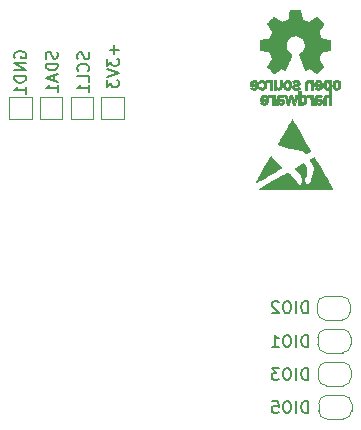
<source format=gbo>
G04 #@! TF.GenerationSoftware,KiCad,Pcbnew,5.1.4-e60b266~84~ubuntu18.04.1*
G04 #@! TF.CreationDate,2019-11-10T18:42:59+01:00*
G04 #@! TF.ProjectId,LoRaModule,4c6f5261-4d6f-4647-956c-652e6b696361,rev?*
G04 #@! TF.SameCoordinates,Original*
G04 #@! TF.FileFunction,Legend,Bot*
G04 #@! TF.FilePolarity,Positive*
%FSLAX46Y46*%
G04 Gerber Fmt 4.6, Leading zero omitted, Abs format (unit mm)*
G04 Created by KiCad (PCBNEW 5.1.4-e60b266~84~ubuntu18.04.1) date 2019-11-10 18:42:59*
%MOMM*%
%LPD*%
G04 APERTURE LIST*
%ADD10C,0.010000*%
%ADD11C,0.120000*%
%ADD12C,0.150000*%
G04 APERTURE END LIST*
D10*
G36*
X124422957Y-45345835D02*
G01*
X124399935Y-45383245D01*
X124364466Y-45442514D01*
X124318004Y-45521118D01*
X124262004Y-45616538D01*
X124197919Y-45726250D01*
X124127204Y-45847734D01*
X124051313Y-45978468D01*
X123971701Y-46115930D01*
X123889822Y-46257598D01*
X123807130Y-46400951D01*
X123725079Y-46543467D01*
X123645124Y-46682624D01*
X123568719Y-46815901D01*
X123497318Y-46940776D01*
X123432376Y-47054727D01*
X123375347Y-47155233D01*
X123327685Y-47239772D01*
X123290845Y-47305822D01*
X123266280Y-47350862D01*
X123255446Y-47372370D01*
X123255049Y-47373714D01*
X123268499Y-47391965D01*
X123305886Y-47419882D01*
X123362765Y-47454725D01*
X123434688Y-47493754D01*
X123509985Y-47530843D01*
X123612440Y-47575817D01*
X123720183Y-47616226D01*
X123836927Y-47652969D01*
X123966382Y-47686942D01*
X124112260Y-47719044D01*
X124278274Y-47750173D01*
X124468134Y-47781227D01*
X124664531Y-47810145D01*
X124835166Y-47835800D01*
X124978455Y-47861198D01*
X125097992Y-47887602D01*
X125197370Y-47916273D01*
X125280182Y-47948473D01*
X125350022Y-47985465D01*
X125410482Y-48028512D01*
X125465155Y-48078875D01*
X125482786Y-48097583D01*
X125521000Y-48141139D01*
X125549268Y-48176682D01*
X125562382Y-48197583D01*
X125562732Y-48199297D01*
X125567320Y-48209806D01*
X125583242Y-48209924D01*
X125613734Y-48198254D01*
X125662032Y-48173396D01*
X125731373Y-48133952D01*
X125779561Y-48105587D01*
X125851417Y-48061247D01*
X125907258Y-48023279D01*
X125943333Y-47994416D01*
X125955887Y-47977388D01*
X125955879Y-47977264D01*
X125948094Y-47961037D01*
X125926108Y-47920400D01*
X125891197Y-47857567D01*
X125844637Y-47774752D01*
X125787705Y-47674172D01*
X125721677Y-47558040D01*
X125647828Y-47428571D01*
X125567436Y-47287980D01*
X125481776Y-47138482D01*
X125392124Y-46982292D01*
X125299757Y-46821624D01*
X125205951Y-46658693D01*
X125111982Y-46495713D01*
X125019126Y-46334900D01*
X124928660Y-46178468D01*
X124841859Y-46028633D01*
X124760000Y-45887608D01*
X124684359Y-45757609D01*
X124616213Y-45640849D01*
X124556837Y-45539545D01*
X124507507Y-45455911D01*
X124469500Y-45392162D01*
X124444093Y-45350511D01*
X124432560Y-45333175D01*
X124432077Y-45332805D01*
X124422957Y-45345835D01*
X124422957Y-45345835D01*
G37*
X124422957Y-45345835D02*
X124399935Y-45383245D01*
X124364466Y-45442514D01*
X124318004Y-45521118D01*
X124262004Y-45616538D01*
X124197919Y-45726250D01*
X124127204Y-45847734D01*
X124051313Y-45978468D01*
X123971701Y-46115930D01*
X123889822Y-46257598D01*
X123807130Y-46400951D01*
X123725079Y-46543467D01*
X123645124Y-46682624D01*
X123568719Y-46815901D01*
X123497318Y-46940776D01*
X123432376Y-47054727D01*
X123375347Y-47155233D01*
X123327685Y-47239772D01*
X123290845Y-47305822D01*
X123266280Y-47350862D01*
X123255446Y-47372370D01*
X123255049Y-47373714D01*
X123268499Y-47391965D01*
X123305886Y-47419882D01*
X123362765Y-47454725D01*
X123434688Y-47493754D01*
X123509985Y-47530843D01*
X123612440Y-47575817D01*
X123720183Y-47616226D01*
X123836927Y-47652969D01*
X123966382Y-47686942D01*
X124112260Y-47719044D01*
X124278274Y-47750173D01*
X124468134Y-47781227D01*
X124664531Y-47810145D01*
X124835166Y-47835800D01*
X124978455Y-47861198D01*
X125097992Y-47887602D01*
X125197370Y-47916273D01*
X125280182Y-47948473D01*
X125350022Y-47985465D01*
X125410482Y-48028512D01*
X125465155Y-48078875D01*
X125482786Y-48097583D01*
X125521000Y-48141139D01*
X125549268Y-48176682D01*
X125562382Y-48197583D01*
X125562732Y-48199297D01*
X125567320Y-48209806D01*
X125583242Y-48209924D01*
X125613734Y-48198254D01*
X125662032Y-48173396D01*
X125731373Y-48133952D01*
X125779561Y-48105587D01*
X125851417Y-48061247D01*
X125907258Y-48023279D01*
X125943333Y-47994416D01*
X125955887Y-47977388D01*
X125955879Y-47977264D01*
X125948094Y-47961037D01*
X125926108Y-47920400D01*
X125891197Y-47857567D01*
X125844637Y-47774752D01*
X125787705Y-47674172D01*
X125721677Y-47558040D01*
X125647828Y-47428571D01*
X125567436Y-47287980D01*
X125481776Y-47138482D01*
X125392124Y-46982292D01*
X125299757Y-46821624D01*
X125205951Y-46658693D01*
X125111982Y-46495713D01*
X125019126Y-46334900D01*
X124928660Y-46178468D01*
X124841859Y-46028633D01*
X124760000Y-45887608D01*
X124684359Y-45757609D01*
X124616213Y-45640849D01*
X124556837Y-45539545D01*
X124507507Y-45455911D01*
X124469500Y-45392162D01*
X124444093Y-45350511D01*
X124432560Y-45333175D01*
X124432077Y-45332805D01*
X124422957Y-45345835D01*
G36*
X122599472Y-48494619D02*
G01*
X122588092Y-48513693D01*
X122562512Y-48557421D01*
X122523998Y-48623619D01*
X122473814Y-48710102D01*
X122413225Y-48814685D01*
X122343497Y-48935183D01*
X122265893Y-49069412D01*
X122181680Y-49215187D01*
X122092121Y-49370323D01*
X122000002Y-49530000D01*
X121905924Y-49693117D01*
X121815598Y-49849709D01*
X121730335Y-49997506D01*
X121651443Y-50134240D01*
X121580231Y-50257642D01*
X121518009Y-50365444D01*
X121466087Y-50455377D01*
X121425772Y-50525173D01*
X121398376Y-50572564D01*
X121385493Y-50594786D01*
X121364493Y-50632330D01*
X121353075Y-50655831D01*
X121352449Y-50659920D01*
X121366364Y-50652242D01*
X121405059Y-50630203D01*
X121466513Y-50594971D01*
X121548702Y-50547711D01*
X121649604Y-50489589D01*
X121767195Y-50421771D01*
X121899454Y-50345424D01*
X122044358Y-50261714D01*
X122199883Y-50171806D01*
X122364008Y-50076867D01*
X122426451Y-50040732D01*
X122593513Y-49944083D01*
X122752926Y-49851938D01*
X122902645Y-49765475D01*
X123040624Y-49685871D01*
X123164815Y-49614305D01*
X123273173Y-49551955D01*
X123363652Y-49499998D01*
X123434204Y-49459613D01*
X123482785Y-49431978D01*
X123507346Y-49418272D01*
X123509915Y-49416974D01*
X123502431Y-49405220D01*
X123476386Y-49373795D01*
X123434441Y-49325594D01*
X123379254Y-49263510D01*
X123313483Y-49190439D01*
X123239788Y-49109276D01*
X123160827Y-49022916D01*
X123079260Y-48934253D01*
X122997746Y-48846182D01*
X122918943Y-48761599D01*
X122845510Y-48683397D01*
X122780107Y-48614472D01*
X122725392Y-48557719D01*
X122684023Y-48516032D01*
X122669836Y-48502363D01*
X122622820Y-48458201D01*
X122599472Y-48494619D01*
X122599472Y-48494619D01*
G37*
X122599472Y-48494619D02*
X122588092Y-48513693D01*
X122562512Y-48557421D01*
X122523998Y-48623619D01*
X122473814Y-48710102D01*
X122413225Y-48814685D01*
X122343497Y-48935183D01*
X122265893Y-49069412D01*
X122181680Y-49215187D01*
X122092121Y-49370323D01*
X122000002Y-49530000D01*
X121905924Y-49693117D01*
X121815598Y-49849709D01*
X121730335Y-49997506D01*
X121651443Y-50134240D01*
X121580231Y-50257642D01*
X121518009Y-50365444D01*
X121466087Y-50455377D01*
X121425772Y-50525173D01*
X121398376Y-50572564D01*
X121385493Y-50594786D01*
X121364493Y-50632330D01*
X121353075Y-50655831D01*
X121352449Y-50659920D01*
X121366364Y-50652242D01*
X121405059Y-50630203D01*
X121466513Y-50594971D01*
X121548702Y-50547711D01*
X121649604Y-50489589D01*
X121767195Y-50421771D01*
X121899454Y-50345424D01*
X122044358Y-50261714D01*
X122199883Y-50171806D01*
X122364008Y-50076867D01*
X122426451Y-50040732D01*
X122593513Y-49944083D01*
X122752926Y-49851938D01*
X122902645Y-49765475D01*
X123040624Y-49685871D01*
X123164815Y-49614305D01*
X123273173Y-49551955D01*
X123363652Y-49499998D01*
X123434204Y-49459613D01*
X123482785Y-49431978D01*
X123507346Y-49418272D01*
X123509915Y-49416974D01*
X123502431Y-49405220D01*
X123476386Y-49373795D01*
X123434441Y-49325594D01*
X123379254Y-49263510D01*
X123313483Y-49190439D01*
X123239788Y-49109276D01*
X123160827Y-49022916D01*
X123079260Y-48934253D01*
X122997746Y-48846182D01*
X122918943Y-48761599D01*
X122845510Y-48683397D01*
X122780107Y-48614472D01*
X122725392Y-48557719D01*
X122684023Y-48516032D01*
X122669836Y-48502363D01*
X122622820Y-48458201D01*
X122599472Y-48494619D01*
G36*
X126264906Y-48551158D02*
G01*
X126232381Y-48563736D01*
X126182807Y-48588712D01*
X126111626Y-48627876D01*
X126106084Y-48630988D01*
X126040526Y-48668476D01*
X125985202Y-48701319D01*
X125945545Y-48726205D01*
X125926988Y-48739820D01*
X125926469Y-48740487D01*
X125930952Y-48759390D01*
X125951514Y-48801605D01*
X125986817Y-48864832D01*
X126035520Y-48946772D01*
X126096282Y-49045122D01*
X126167764Y-49157585D01*
X126185555Y-49185165D01*
X126231907Y-49261699D01*
X126265658Y-49327556D01*
X126283847Y-49376782D01*
X126285714Y-49386507D01*
X126284885Y-49429312D01*
X126275606Y-49497209D01*
X126259032Y-49585843D01*
X126236320Y-49690859D01*
X126208627Y-49807902D01*
X126177110Y-49932616D01*
X126142925Y-50060645D01*
X126107229Y-50187634D01*
X126071179Y-50309228D01*
X126035932Y-50421072D01*
X126002644Y-50518810D01*
X125972472Y-50598087D01*
X125951439Y-50645122D01*
X125926663Y-50695225D01*
X125903270Y-50743168D01*
X125902003Y-50745793D01*
X125863301Y-50794220D01*
X125806816Y-50826828D01*
X125741061Y-50842454D01*
X125674549Y-50839937D01*
X125615795Y-50818114D01*
X125582742Y-50789382D01*
X125535141Y-50710583D01*
X125500261Y-50612378D01*
X125481123Y-50504779D01*
X125478412Y-50443780D01*
X125489330Y-50329935D01*
X125521376Y-50235660D01*
X125576274Y-50156379D01*
X125593393Y-50138733D01*
X125644339Y-50089235D01*
X125647837Y-49739362D01*
X125651336Y-49389489D01*
X125562182Y-49254531D01*
X125520346Y-49193445D01*
X125480055Y-49138493D01*
X125447057Y-49097336D01*
X125432874Y-49082192D01*
X125392719Y-49044810D01*
X125338335Y-49074098D01*
X125303961Y-49095084D01*
X125285154Y-49111378D01*
X125283951Y-49114307D01*
X125271097Y-49126728D01*
X125249104Y-49135977D01*
X125227850Y-49144313D01*
X125195306Y-49160149D01*
X125148678Y-49185033D01*
X125085171Y-49220509D01*
X125001992Y-49268123D01*
X124896347Y-49329422D01*
X124838938Y-49362932D01*
X124771406Y-49403071D01*
X124727115Y-49431659D01*
X124702145Y-49452039D01*
X124692577Y-49467553D01*
X124694492Y-49481546D01*
X124696089Y-49484796D01*
X124711624Y-49505266D01*
X124744864Y-49543665D01*
X124791938Y-49595696D01*
X124848972Y-49657066D01*
X124898300Y-49709090D01*
X125011970Y-49832567D01*
X125100895Y-49939591D01*
X125165866Y-50031240D01*
X125207679Y-50108588D01*
X125221783Y-50147866D01*
X125227608Y-50182249D01*
X125233625Y-50240899D01*
X125239304Y-50317117D01*
X125244116Y-50404202D01*
X125246381Y-50459268D01*
X125249541Y-50554464D01*
X125250931Y-50624062D01*
X125250142Y-50673409D01*
X125246765Y-50707854D01*
X125240392Y-50732743D01*
X125230613Y-50753425D01*
X125222933Y-50766053D01*
X125178579Y-50814726D01*
X125121426Y-50848645D01*
X125061292Y-50863438D01*
X125016227Y-50858086D01*
X124975424Y-50834930D01*
X124924276Y-50793462D01*
X124869958Y-50740912D01*
X124819643Y-50684516D01*
X124780506Y-50631505D01*
X124766095Y-50605889D01*
X124744509Y-50570814D01*
X124705247Y-50517389D01*
X124651898Y-50449789D01*
X124588048Y-50372190D01*
X124517285Y-50288768D01*
X124443196Y-50203698D01*
X124369368Y-50121155D01*
X124299389Y-50045316D01*
X124236845Y-49980356D01*
X124187740Y-49932669D01*
X124133221Y-49885032D01*
X124087358Y-49849908D01*
X124055189Y-49830949D01*
X124044511Y-49828864D01*
X124028147Y-49837274D01*
X123987329Y-49859846D01*
X123924414Y-49895224D01*
X123841756Y-49942054D01*
X123741711Y-49998981D01*
X123626634Y-50064649D01*
X123498881Y-50137703D01*
X123360806Y-50216788D01*
X123214766Y-50300548D01*
X123063116Y-50387629D01*
X122908210Y-50476676D01*
X122752405Y-50566332D01*
X122598056Y-50655243D01*
X122447518Y-50742054D01*
X122303146Y-50825409D01*
X122167296Y-50903954D01*
X122042323Y-50976333D01*
X121930583Y-51041190D01*
X121834430Y-51097171D01*
X121756221Y-51142920D01*
X121698311Y-51177083D01*
X121663054Y-51198304D01*
X121652835Y-51204963D01*
X121666598Y-51206280D01*
X121709896Y-51207559D01*
X121781286Y-51208796D01*
X121879327Y-51209983D01*
X122002578Y-51211115D01*
X122149597Y-51212186D01*
X122318943Y-51213189D01*
X122509174Y-51214119D01*
X122718849Y-51214968D01*
X122946527Y-51215732D01*
X123190765Y-51216403D01*
X123450123Y-51216976D01*
X123723159Y-51217444D01*
X124008432Y-51217802D01*
X124304500Y-51218042D01*
X124609921Y-51218159D01*
X124738076Y-51218171D01*
X127838030Y-51218171D01*
X127616947Y-50834847D01*
X127570144Y-50753680D01*
X127509898Y-50649166D01*
X127438222Y-50524801D01*
X127357131Y-50384082D01*
X127268638Y-50230503D01*
X127174760Y-50067562D01*
X127077509Y-49898754D01*
X126978900Y-49727575D01*
X126880947Y-49557521D01*
X126856175Y-49514512D01*
X126765848Y-49357857D01*
X126679711Y-49208803D01*
X126599058Y-49069568D01*
X126525184Y-48942371D01*
X126459383Y-48829432D01*
X126402950Y-48732968D01*
X126357179Y-48655200D01*
X126323365Y-48598346D01*
X126302802Y-48564625D01*
X126297047Y-48556040D01*
X126284942Y-48549189D01*
X126264906Y-48551158D01*
X126264906Y-48551158D01*
G37*
X126264906Y-48551158D02*
X126232381Y-48563736D01*
X126182807Y-48588712D01*
X126111626Y-48627876D01*
X126106084Y-48630988D01*
X126040526Y-48668476D01*
X125985202Y-48701319D01*
X125945545Y-48726205D01*
X125926988Y-48739820D01*
X125926469Y-48740487D01*
X125930952Y-48759390D01*
X125951514Y-48801605D01*
X125986817Y-48864832D01*
X126035520Y-48946772D01*
X126096282Y-49045122D01*
X126167764Y-49157585D01*
X126185555Y-49185165D01*
X126231907Y-49261699D01*
X126265658Y-49327556D01*
X126283847Y-49376782D01*
X126285714Y-49386507D01*
X126284885Y-49429312D01*
X126275606Y-49497209D01*
X126259032Y-49585843D01*
X126236320Y-49690859D01*
X126208627Y-49807902D01*
X126177110Y-49932616D01*
X126142925Y-50060645D01*
X126107229Y-50187634D01*
X126071179Y-50309228D01*
X126035932Y-50421072D01*
X126002644Y-50518810D01*
X125972472Y-50598087D01*
X125951439Y-50645122D01*
X125926663Y-50695225D01*
X125903270Y-50743168D01*
X125902003Y-50745793D01*
X125863301Y-50794220D01*
X125806816Y-50826828D01*
X125741061Y-50842454D01*
X125674549Y-50839937D01*
X125615795Y-50818114D01*
X125582742Y-50789382D01*
X125535141Y-50710583D01*
X125500261Y-50612378D01*
X125481123Y-50504779D01*
X125478412Y-50443780D01*
X125489330Y-50329935D01*
X125521376Y-50235660D01*
X125576274Y-50156379D01*
X125593393Y-50138733D01*
X125644339Y-50089235D01*
X125647837Y-49739362D01*
X125651336Y-49389489D01*
X125562182Y-49254531D01*
X125520346Y-49193445D01*
X125480055Y-49138493D01*
X125447057Y-49097336D01*
X125432874Y-49082192D01*
X125392719Y-49044810D01*
X125338335Y-49074098D01*
X125303961Y-49095084D01*
X125285154Y-49111378D01*
X125283951Y-49114307D01*
X125271097Y-49126728D01*
X125249104Y-49135977D01*
X125227850Y-49144313D01*
X125195306Y-49160149D01*
X125148678Y-49185033D01*
X125085171Y-49220509D01*
X125001992Y-49268123D01*
X124896347Y-49329422D01*
X124838938Y-49362932D01*
X124771406Y-49403071D01*
X124727115Y-49431659D01*
X124702145Y-49452039D01*
X124692577Y-49467553D01*
X124694492Y-49481546D01*
X124696089Y-49484796D01*
X124711624Y-49505266D01*
X124744864Y-49543665D01*
X124791938Y-49595696D01*
X124848972Y-49657066D01*
X124898300Y-49709090D01*
X125011970Y-49832567D01*
X125100895Y-49939591D01*
X125165866Y-50031240D01*
X125207679Y-50108588D01*
X125221783Y-50147866D01*
X125227608Y-50182249D01*
X125233625Y-50240899D01*
X125239304Y-50317117D01*
X125244116Y-50404202D01*
X125246381Y-50459268D01*
X125249541Y-50554464D01*
X125250931Y-50624062D01*
X125250142Y-50673409D01*
X125246765Y-50707854D01*
X125240392Y-50732743D01*
X125230613Y-50753425D01*
X125222933Y-50766053D01*
X125178579Y-50814726D01*
X125121426Y-50848645D01*
X125061292Y-50863438D01*
X125016227Y-50858086D01*
X124975424Y-50834930D01*
X124924276Y-50793462D01*
X124869958Y-50740912D01*
X124819643Y-50684516D01*
X124780506Y-50631505D01*
X124766095Y-50605889D01*
X124744509Y-50570814D01*
X124705247Y-50517389D01*
X124651898Y-50449789D01*
X124588048Y-50372190D01*
X124517285Y-50288768D01*
X124443196Y-50203698D01*
X124369368Y-50121155D01*
X124299389Y-50045316D01*
X124236845Y-49980356D01*
X124187740Y-49932669D01*
X124133221Y-49885032D01*
X124087358Y-49849908D01*
X124055189Y-49830949D01*
X124044511Y-49828864D01*
X124028147Y-49837274D01*
X123987329Y-49859846D01*
X123924414Y-49895224D01*
X123841756Y-49942054D01*
X123741711Y-49998981D01*
X123626634Y-50064649D01*
X123498881Y-50137703D01*
X123360806Y-50216788D01*
X123214766Y-50300548D01*
X123063116Y-50387629D01*
X122908210Y-50476676D01*
X122752405Y-50566332D01*
X122598056Y-50655243D01*
X122447518Y-50742054D01*
X122303146Y-50825409D01*
X122167296Y-50903954D01*
X122042323Y-50976333D01*
X121930583Y-51041190D01*
X121834430Y-51097171D01*
X121756221Y-51142920D01*
X121698311Y-51177083D01*
X121663054Y-51198304D01*
X121652835Y-51204963D01*
X121666598Y-51206280D01*
X121709896Y-51207559D01*
X121781286Y-51208796D01*
X121879327Y-51209983D01*
X122002578Y-51211115D01*
X122149597Y-51212186D01*
X122318943Y-51213189D01*
X122509174Y-51214119D01*
X122718849Y-51214968D01*
X122946527Y-51215732D01*
X123190765Y-51216403D01*
X123450123Y-51216976D01*
X123723159Y-51217444D01*
X124008432Y-51217802D01*
X124304500Y-51218042D01*
X124609921Y-51218159D01*
X124738076Y-51218171D01*
X127838030Y-51218171D01*
X127616947Y-50834847D01*
X127570144Y-50753680D01*
X127509898Y-50649166D01*
X127438222Y-50524801D01*
X127357131Y-50384082D01*
X127268638Y-50230503D01*
X127174760Y-50067562D01*
X127077509Y-49898754D01*
X126978900Y-49727575D01*
X126880947Y-49557521D01*
X126856175Y-49514512D01*
X126765848Y-49357857D01*
X126679711Y-49208803D01*
X126599058Y-49069568D01*
X126525184Y-48942371D01*
X126459383Y-48829432D01*
X126402950Y-48732968D01*
X126357179Y-48655200D01*
X126323365Y-48598346D01*
X126302802Y-48564625D01*
X126297047Y-48556040D01*
X126284942Y-48549189D01*
X126264906Y-48551158D01*
G36*
X124213036Y-36467076D02*
G01*
X124137487Y-36867822D01*
X123579959Y-37097654D01*
X123245535Y-36870248D01*
X123151878Y-36806931D01*
X123067218Y-36750396D01*
X122995505Y-36703227D01*
X122940689Y-36668002D01*
X122906720Y-36647305D01*
X122897470Y-36642842D01*
X122880805Y-36654320D01*
X122845194Y-36686051D01*
X122794629Y-36733983D01*
X122733100Y-36794062D01*
X122664601Y-36862233D01*
X122593121Y-36934445D01*
X122522653Y-37006642D01*
X122457189Y-37074773D01*
X122400720Y-37134783D01*
X122357237Y-37182619D01*
X122330732Y-37214227D01*
X122324395Y-37224805D01*
X122333514Y-37244306D01*
X122359080Y-37287031D01*
X122398403Y-37348798D01*
X122448797Y-37425431D01*
X122507573Y-37512748D01*
X122541632Y-37562552D01*
X122603711Y-37653493D01*
X122658874Y-37735559D01*
X122704446Y-37804663D01*
X122737750Y-37856722D01*
X122756110Y-37887650D01*
X122758869Y-37894150D01*
X122752615Y-37912621D01*
X122735566Y-37955672D01*
X122710297Y-38017249D01*
X122679378Y-38091299D01*
X122645382Y-38171770D01*
X122610882Y-38252607D01*
X122578449Y-38327758D01*
X122550657Y-38391171D01*
X122530077Y-38436793D01*
X122519281Y-38458569D01*
X122518644Y-38459426D01*
X122501693Y-38463584D01*
X122456549Y-38472861D01*
X122387890Y-38486344D01*
X122300398Y-38503121D01*
X122198750Y-38522281D01*
X122139444Y-38533330D01*
X122030828Y-38554010D01*
X121932723Y-38573689D01*
X121850091Y-38591289D01*
X121787896Y-38605733D01*
X121751101Y-38615946D01*
X121743704Y-38619186D01*
X121736460Y-38641117D01*
X121730615Y-38690647D01*
X121726165Y-38761985D01*
X121723107Y-38849339D01*
X121721435Y-38946917D01*
X121721147Y-39048926D01*
X121722239Y-39149575D01*
X121724706Y-39243072D01*
X121728544Y-39323625D01*
X121733750Y-39385442D01*
X121740319Y-39422730D01*
X121744259Y-39430493D01*
X121767812Y-39439798D01*
X121817718Y-39453100D01*
X121887377Y-39468837D01*
X121970187Y-39485446D01*
X121999095Y-39490819D01*
X122138469Y-39516348D01*
X122248564Y-39536908D01*
X122333018Y-39553315D01*
X122395470Y-39566387D01*
X122439556Y-39576941D01*
X122468915Y-39585794D01*
X122487185Y-39593763D01*
X122498002Y-39601665D01*
X122499515Y-39603227D01*
X122514623Y-39628386D01*
X122537671Y-39677350D01*
X122566356Y-39744121D01*
X122598378Y-39822705D01*
X122631435Y-39907107D01*
X122663227Y-39991330D01*
X122691451Y-40069379D01*
X122713807Y-40135259D01*
X122727993Y-40182973D01*
X122731707Y-40206527D01*
X122731398Y-40207352D01*
X122718811Y-40226604D01*
X122690256Y-40268963D01*
X122648733Y-40330021D01*
X122597244Y-40405368D01*
X122538789Y-40490596D01*
X122522142Y-40514815D01*
X122462785Y-40602623D01*
X122410553Y-40682738D01*
X122368292Y-40750562D01*
X122338847Y-40801493D01*
X122325063Y-40830931D01*
X122324395Y-40834548D01*
X122335976Y-40853557D01*
X122367976Y-40891214D01*
X122416282Y-40943473D01*
X122476780Y-41006286D01*
X122545356Y-41075606D01*
X122617896Y-41147385D01*
X122690288Y-41217577D01*
X122758416Y-41282135D01*
X122818168Y-41337010D01*
X122865429Y-41378156D01*
X122896087Y-41401526D01*
X122904568Y-41405342D01*
X122924309Y-41396355D01*
X122964726Y-41372116D01*
X123019237Y-41336709D01*
X123061177Y-41308211D01*
X123137171Y-41255918D01*
X123227166Y-41194345D01*
X123317436Y-41132870D01*
X123365968Y-41099969D01*
X123530238Y-40988859D01*
X123668131Y-41063416D01*
X123730951Y-41096078D01*
X123784371Y-41121466D01*
X123820516Y-41135946D01*
X123829716Y-41137960D01*
X123840779Y-41123084D01*
X123862606Y-41081047D01*
X123893566Y-41015727D01*
X123932030Y-40931000D01*
X123976368Y-40830745D01*
X124024953Y-40718839D01*
X124076154Y-40599159D01*
X124128341Y-40475584D01*
X124179887Y-40351991D01*
X124229160Y-40232257D01*
X124274533Y-40120259D01*
X124314375Y-40019877D01*
X124347058Y-39934986D01*
X124370951Y-39869465D01*
X124384426Y-39827190D01*
X124386594Y-39812672D01*
X124369417Y-39794153D01*
X124331810Y-39764090D01*
X124281634Y-39728732D01*
X124277422Y-39725934D01*
X124147736Y-39622125D01*
X124043166Y-39501015D01*
X123964619Y-39366476D01*
X123913001Y-39222382D01*
X123889218Y-39072605D01*
X123894177Y-38921017D01*
X123928783Y-38771492D01*
X123993943Y-38627900D01*
X124013114Y-38596484D01*
X124112826Y-38469625D01*
X124230623Y-38367755D01*
X124362429Y-38291404D01*
X124504167Y-38241102D01*
X124651758Y-38217379D01*
X124801127Y-38220765D01*
X124948197Y-38251788D01*
X125088889Y-38310980D01*
X125219127Y-38398869D01*
X125259414Y-38434542D01*
X125361945Y-38546206D01*
X125436659Y-38663757D01*
X125487910Y-38795520D01*
X125516454Y-38926007D01*
X125523500Y-39072716D01*
X125500004Y-39220153D01*
X125448351Y-39363334D01*
X125370929Y-39497277D01*
X125270125Y-39616998D01*
X125148324Y-39717514D01*
X125132316Y-39728109D01*
X125081602Y-39762806D01*
X125043050Y-39792870D01*
X125024619Y-39812065D01*
X125024351Y-39812672D01*
X125028308Y-39833436D01*
X125043993Y-39880562D01*
X125069778Y-39950173D01*
X125104031Y-40038393D01*
X125145123Y-40141344D01*
X125191424Y-40255150D01*
X125241304Y-40375935D01*
X125293133Y-40499821D01*
X125345281Y-40622932D01*
X125396118Y-40741391D01*
X125444013Y-40851323D01*
X125487338Y-40948849D01*
X125524462Y-41030093D01*
X125553756Y-41091179D01*
X125573588Y-41128230D01*
X125581574Y-41137960D01*
X125605979Y-41130383D01*
X125651642Y-41110060D01*
X125710690Y-41080625D01*
X125743160Y-41063416D01*
X125881053Y-40988859D01*
X126045323Y-41099969D01*
X126129179Y-41156890D01*
X126220987Y-41219530D01*
X126307020Y-41278511D01*
X126350113Y-41308211D01*
X126410723Y-41348910D01*
X126462045Y-41381163D01*
X126497385Y-41400884D01*
X126508863Y-41405054D01*
X126525570Y-41393807D01*
X126562546Y-41362411D01*
X126616205Y-41314124D01*
X126682962Y-41252208D01*
X126759234Y-41179921D01*
X126807473Y-41133508D01*
X126891867Y-41050587D01*
X126964803Y-40976420D01*
X127023331Y-40914180D01*
X127064503Y-40867041D01*
X127085372Y-40838173D01*
X127087374Y-40832315D01*
X127078083Y-40810032D01*
X127052409Y-40764977D01*
X127013200Y-40701711D01*
X126963303Y-40624795D01*
X126905567Y-40538792D01*
X126889149Y-40514815D01*
X126829323Y-40427670D01*
X126775650Y-40349210D01*
X126731130Y-40283845D01*
X126698765Y-40235984D01*
X126681555Y-40210035D01*
X126679893Y-40207352D01*
X126682379Y-40186672D01*
X126695577Y-40141204D01*
X126717186Y-40076944D01*
X126744904Y-39999887D01*
X126776430Y-39916029D01*
X126809463Y-39831366D01*
X126841701Y-39751892D01*
X126870843Y-39683604D01*
X126894588Y-39632497D01*
X126910635Y-39604567D01*
X126911775Y-39603227D01*
X126921588Y-39595245D01*
X126938161Y-39587351D01*
X126965132Y-39578729D01*
X127006139Y-39568562D01*
X127064820Y-39556031D01*
X127144813Y-39540321D01*
X127249755Y-39520613D01*
X127383285Y-39496092D01*
X127412196Y-39490819D01*
X127497882Y-39474264D01*
X127572582Y-39458069D01*
X127629694Y-39443796D01*
X127662617Y-39433008D01*
X127667031Y-39430493D01*
X127674306Y-39408196D01*
X127680219Y-39358369D01*
X127684766Y-39286804D01*
X127687945Y-39199293D01*
X127689749Y-39101628D01*
X127690177Y-38999601D01*
X127689223Y-38899003D01*
X127686884Y-38805627D01*
X127683156Y-38725265D01*
X127678034Y-38663709D01*
X127671516Y-38626750D01*
X127667586Y-38619186D01*
X127645708Y-38611556D01*
X127595891Y-38599142D01*
X127523097Y-38583022D01*
X127432289Y-38564273D01*
X127328431Y-38543971D01*
X127271846Y-38533330D01*
X127164486Y-38513260D01*
X127068746Y-38495080D01*
X126989306Y-38479699D01*
X126930846Y-38468031D01*
X126898045Y-38460988D01*
X126892646Y-38459426D01*
X126883522Y-38441822D01*
X126864235Y-38399418D01*
X126837355Y-38338272D01*
X126805454Y-38264443D01*
X126771102Y-38183989D01*
X126736871Y-38102968D01*
X126705331Y-38027437D01*
X126679054Y-37963455D01*
X126660611Y-37917080D01*
X126652571Y-37894369D01*
X126652422Y-37893376D01*
X126661535Y-37875461D01*
X126687086Y-37834233D01*
X126726388Y-37773791D01*
X126776757Y-37698231D01*
X126835506Y-37611652D01*
X126869658Y-37561921D01*
X126931890Y-37470736D01*
X126987164Y-37387949D01*
X127032782Y-37317749D01*
X127066048Y-37264324D01*
X127084264Y-37231861D01*
X127086895Y-37224583D01*
X127075586Y-37207645D01*
X127044319Y-37171478D01*
X126997090Y-37120135D01*
X126937892Y-37057667D01*
X126870719Y-36988126D01*
X126799566Y-36915565D01*
X126728426Y-36844035D01*
X126661293Y-36777587D01*
X126602161Y-36720274D01*
X126555025Y-36676147D01*
X126523877Y-36649259D01*
X126513457Y-36642842D01*
X126496491Y-36651865D01*
X126455911Y-36677215D01*
X126395663Y-36716310D01*
X126319693Y-36766571D01*
X126231946Y-36825417D01*
X126165756Y-36870248D01*
X125831332Y-37097654D01*
X125552567Y-36982738D01*
X125273803Y-36867822D01*
X125198254Y-36467076D01*
X125122706Y-36066329D01*
X124288585Y-36066329D01*
X124213036Y-36467076D01*
X124213036Y-36467076D01*
G37*
X124213036Y-36467076D02*
X124137487Y-36867822D01*
X123579959Y-37097654D01*
X123245535Y-36870248D01*
X123151878Y-36806931D01*
X123067218Y-36750396D01*
X122995505Y-36703227D01*
X122940689Y-36668002D01*
X122906720Y-36647305D01*
X122897470Y-36642842D01*
X122880805Y-36654320D01*
X122845194Y-36686051D01*
X122794629Y-36733983D01*
X122733100Y-36794062D01*
X122664601Y-36862233D01*
X122593121Y-36934445D01*
X122522653Y-37006642D01*
X122457189Y-37074773D01*
X122400720Y-37134783D01*
X122357237Y-37182619D01*
X122330732Y-37214227D01*
X122324395Y-37224805D01*
X122333514Y-37244306D01*
X122359080Y-37287031D01*
X122398403Y-37348798D01*
X122448797Y-37425431D01*
X122507573Y-37512748D01*
X122541632Y-37562552D01*
X122603711Y-37653493D01*
X122658874Y-37735559D01*
X122704446Y-37804663D01*
X122737750Y-37856722D01*
X122756110Y-37887650D01*
X122758869Y-37894150D01*
X122752615Y-37912621D01*
X122735566Y-37955672D01*
X122710297Y-38017249D01*
X122679378Y-38091299D01*
X122645382Y-38171770D01*
X122610882Y-38252607D01*
X122578449Y-38327758D01*
X122550657Y-38391171D01*
X122530077Y-38436793D01*
X122519281Y-38458569D01*
X122518644Y-38459426D01*
X122501693Y-38463584D01*
X122456549Y-38472861D01*
X122387890Y-38486344D01*
X122300398Y-38503121D01*
X122198750Y-38522281D01*
X122139444Y-38533330D01*
X122030828Y-38554010D01*
X121932723Y-38573689D01*
X121850091Y-38591289D01*
X121787896Y-38605733D01*
X121751101Y-38615946D01*
X121743704Y-38619186D01*
X121736460Y-38641117D01*
X121730615Y-38690647D01*
X121726165Y-38761985D01*
X121723107Y-38849339D01*
X121721435Y-38946917D01*
X121721147Y-39048926D01*
X121722239Y-39149575D01*
X121724706Y-39243072D01*
X121728544Y-39323625D01*
X121733750Y-39385442D01*
X121740319Y-39422730D01*
X121744259Y-39430493D01*
X121767812Y-39439798D01*
X121817718Y-39453100D01*
X121887377Y-39468837D01*
X121970187Y-39485446D01*
X121999095Y-39490819D01*
X122138469Y-39516348D01*
X122248564Y-39536908D01*
X122333018Y-39553315D01*
X122395470Y-39566387D01*
X122439556Y-39576941D01*
X122468915Y-39585794D01*
X122487185Y-39593763D01*
X122498002Y-39601665D01*
X122499515Y-39603227D01*
X122514623Y-39628386D01*
X122537671Y-39677350D01*
X122566356Y-39744121D01*
X122598378Y-39822705D01*
X122631435Y-39907107D01*
X122663227Y-39991330D01*
X122691451Y-40069379D01*
X122713807Y-40135259D01*
X122727993Y-40182973D01*
X122731707Y-40206527D01*
X122731398Y-40207352D01*
X122718811Y-40226604D01*
X122690256Y-40268963D01*
X122648733Y-40330021D01*
X122597244Y-40405368D01*
X122538789Y-40490596D01*
X122522142Y-40514815D01*
X122462785Y-40602623D01*
X122410553Y-40682738D01*
X122368292Y-40750562D01*
X122338847Y-40801493D01*
X122325063Y-40830931D01*
X122324395Y-40834548D01*
X122335976Y-40853557D01*
X122367976Y-40891214D01*
X122416282Y-40943473D01*
X122476780Y-41006286D01*
X122545356Y-41075606D01*
X122617896Y-41147385D01*
X122690288Y-41217577D01*
X122758416Y-41282135D01*
X122818168Y-41337010D01*
X122865429Y-41378156D01*
X122896087Y-41401526D01*
X122904568Y-41405342D01*
X122924309Y-41396355D01*
X122964726Y-41372116D01*
X123019237Y-41336709D01*
X123061177Y-41308211D01*
X123137171Y-41255918D01*
X123227166Y-41194345D01*
X123317436Y-41132870D01*
X123365968Y-41099969D01*
X123530238Y-40988859D01*
X123668131Y-41063416D01*
X123730951Y-41096078D01*
X123784371Y-41121466D01*
X123820516Y-41135946D01*
X123829716Y-41137960D01*
X123840779Y-41123084D01*
X123862606Y-41081047D01*
X123893566Y-41015727D01*
X123932030Y-40931000D01*
X123976368Y-40830745D01*
X124024953Y-40718839D01*
X124076154Y-40599159D01*
X124128341Y-40475584D01*
X124179887Y-40351991D01*
X124229160Y-40232257D01*
X124274533Y-40120259D01*
X124314375Y-40019877D01*
X124347058Y-39934986D01*
X124370951Y-39869465D01*
X124384426Y-39827190D01*
X124386594Y-39812672D01*
X124369417Y-39794153D01*
X124331810Y-39764090D01*
X124281634Y-39728732D01*
X124277422Y-39725934D01*
X124147736Y-39622125D01*
X124043166Y-39501015D01*
X123964619Y-39366476D01*
X123913001Y-39222382D01*
X123889218Y-39072605D01*
X123894177Y-38921017D01*
X123928783Y-38771492D01*
X123993943Y-38627900D01*
X124013114Y-38596484D01*
X124112826Y-38469625D01*
X124230623Y-38367755D01*
X124362429Y-38291404D01*
X124504167Y-38241102D01*
X124651758Y-38217379D01*
X124801127Y-38220765D01*
X124948197Y-38251788D01*
X125088889Y-38310980D01*
X125219127Y-38398869D01*
X125259414Y-38434542D01*
X125361945Y-38546206D01*
X125436659Y-38663757D01*
X125487910Y-38795520D01*
X125516454Y-38926007D01*
X125523500Y-39072716D01*
X125500004Y-39220153D01*
X125448351Y-39363334D01*
X125370929Y-39497277D01*
X125270125Y-39616998D01*
X125148324Y-39717514D01*
X125132316Y-39728109D01*
X125081602Y-39762806D01*
X125043050Y-39792870D01*
X125024619Y-39812065D01*
X125024351Y-39812672D01*
X125028308Y-39833436D01*
X125043993Y-39880562D01*
X125069778Y-39950173D01*
X125104031Y-40038393D01*
X125145123Y-40141344D01*
X125191424Y-40255150D01*
X125241304Y-40375935D01*
X125293133Y-40499821D01*
X125345281Y-40622932D01*
X125396118Y-40741391D01*
X125444013Y-40851323D01*
X125487338Y-40948849D01*
X125524462Y-41030093D01*
X125553756Y-41091179D01*
X125573588Y-41128230D01*
X125581574Y-41137960D01*
X125605979Y-41130383D01*
X125651642Y-41110060D01*
X125710690Y-41080625D01*
X125743160Y-41063416D01*
X125881053Y-40988859D01*
X126045323Y-41099969D01*
X126129179Y-41156890D01*
X126220987Y-41219530D01*
X126307020Y-41278511D01*
X126350113Y-41308211D01*
X126410723Y-41348910D01*
X126462045Y-41381163D01*
X126497385Y-41400884D01*
X126508863Y-41405054D01*
X126525570Y-41393807D01*
X126562546Y-41362411D01*
X126616205Y-41314124D01*
X126682962Y-41252208D01*
X126759234Y-41179921D01*
X126807473Y-41133508D01*
X126891867Y-41050587D01*
X126964803Y-40976420D01*
X127023331Y-40914180D01*
X127064503Y-40867041D01*
X127085372Y-40838173D01*
X127087374Y-40832315D01*
X127078083Y-40810032D01*
X127052409Y-40764977D01*
X127013200Y-40701711D01*
X126963303Y-40624795D01*
X126905567Y-40538792D01*
X126889149Y-40514815D01*
X126829323Y-40427670D01*
X126775650Y-40349210D01*
X126731130Y-40283845D01*
X126698765Y-40235984D01*
X126681555Y-40210035D01*
X126679893Y-40207352D01*
X126682379Y-40186672D01*
X126695577Y-40141204D01*
X126717186Y-40076944D01*
X126744904Y-39999887D01*
X126776430Y-39916029D01*
X126809463Y-39831366D01*
X126841701Y-39751892D01*
X126870843Y-39683604D01*
X126894588Y-39632497D01*
X126910635Y-39604567D01*
X126911775Y-39603227D01*
X126921588Y-39595245D01*
X126938161Y-39587351D01*
X126965132Y-39578729D01*
X127006139Y-39568562D01*
X127064820Y-39556031D01*
X127144813Y-39540321D01*
X127249755Y-39520613D01*
X127383285Y-39496092D01*
X127412196Y-39490819D01*
X127497882Y-39474264D01*
X127572582Y-39458069D01*
X127629694Y-39443796D01*
X127662617Y-39433008D01*
X127667031Y-39430493D01*
X127674306Y-39408196D01*
X127680219Y-39358369D01*
X127684766Y-39286804D01*
X127687945Y-39199293D01*
X127689749Y-39101628D01*
X127690177Y-38999601D01*
X127689223Y-38899003D01*
X127686884Y-38805627D01*
X127683156Y-38725265D01*
X127678034Y-38663709D01*
X127671516Y-38626750D01*
X127667586Y-38619186D01*
X127645708Y-38611556D01*
X127595891Y-38599142D01*
X127523097Y-38583022D01*
X127432289Y-38564273D01*
X127328431Y-38543971D01*
X127271846Y-38533330D01*
X127164486Y-38513260D01*
X127068746Y-38495080D01*
X126989306Y-38479699D01*
X126930846Y-38468031D01*
X126898045Y-38460988D01*
X126892646Y-38459426D01*
X126883522Y-38441822D01*
X126864235Y-38399418D01*
X126837355Y-38338272D01*
X126805454Y-38264443D01*
X126771102Y-38183989D01*
X126736871Y-38102968D01*
X126705331Y-38027437D01*
X126679054Y-37963455D01*
X126660611Y-37917080D01*
X126652571Y-37894369D01*
X126652422Y-37893376D01*
X126661535Y-37875461D01*
X126687086Y-37834233D01*
X126726388Y-37773791D01*
X126776757Y-37698231D01*
X126835506Y-37611652D01*
X126869658Y-37561921D01*
X126931890Y-37470736D01*
X126987164Y-37387949D01*
X127032782Y-37317749D01*
X127066048Y-37264324D01*
X127084264Y-37231861D01*
X127086895Y-37224583D01*
X127075586Y-37207645D01*
X127044319Y-37171478D01*
X126997090Y-37120135D01*
X126937892Y-37057667D01*
X126870719Y-36988126D01*
X126799566Y-36915565D01*
X126728426Y-36844035D01*
X126661293Y-36777587D01*
X126602161Y-36720274D01*
X126555025Y-36676147D01*
X126523877Y-36649259D01*
X126513457Y-36642842D01*
X126496491Y-36651865D01*
X126455911Y-36677215D01*
X126395663Y-36716310D01*
X126319693Y-36766571D01*
X126231946Y-36825417D01*
X126165756Y-36870248D01*
X125831332Y-37097654D01*
X125552567Y-36982738D01*
X125273803Y-36867822D01*
X125198254Y-36467076D01*
X125122706Y-36066329D01*
X124288585Y-36066329D01*
X124213036Y-36467076D01*
G36*
X122322612Y-42006145D02*
G01*
X122265135Y-42023706D01*
X122228128Y-42045895D01*
X122216073Y-42063442D01*
X122219391Y-42084242D01*
X122240921Y-42116919D01*
X122259126Y-42140062D01*
X122296656Y-42181902D01*
X122324852Y-42199505D01*
X122348889Y-42198356D01*
X122420192Y-42180210D01*
X122472558Y-42181034D01*
X122515082Y-42201598D01*
X122529358Y-42213634D01*
X122575053Y-42255983D01*
X122575053Y-42809026D01*
X122758869Y-42809026D01*
X122758869Y-42006921D01*
X122666961Y-42006921D01*
X122611781Y-42009103D01*
X122583312Y-42016851D01*
X122575057Y-42031968D01*
X122575053Y-42032416D01*
X122571155Y-42048249D01*
X122553526Y-42046184D01*
X122529099Y-42034761D01*
X122478650Y-42013505D01*
X122437684Y-42000716D01*
X122384972Y-41997438D01*
X122322612Y-42006145D01*
X122322612Y-42006145D01*
G37*
X122322612Y-42006145D02*
X122265135Y-42023706D01*
X122228128Y-42045895D01*
X122216073Y-42063442D01*
X122219391Y-42084242D01*
X122240921Y-42116919D01*
X122259126Y-42140062D01*
X122296656Y-42181902D01*
X122324852Y-42199505D01*
X122348889Y-42198356D01*
X122420192Y-42180210D01*
X122472558Y-42181034D01*
X122515082Y-42201598D01*
X122529358Y-42213634D01*
X122575053Y-42255983D01*
X122575053Y-42809026D01*
X122758869Y-42809026D01*
X122758869Y-42006921D01*
X122666961Y-42006921D01*
X122611781Y-42009103D01*
X122583312Y-42016851D01*
X122575057Y-42031968D01*
X122575053Y-42032416D01*
X122571155Y-42048249D01*
X122553526Y-42046184D01*
X122529099Y-42034761D01*
X122478650Y-42013505D01*
X122437684Y-42000716D01*
X122384972Y-41997438D01*
X122322612Y-42006145D01*
G36*
X125716043Y-42020726D02*
G01*
X125674454Y-42040590D01*
X125634175Y-42069284D01*
X125603490Y-42102309D01*
X125581139Y-42144431D01*
X125565864Y-42200415D01*
X125556408Y-42275028D01*
X125551513Y-42373035D01*
X125549919Y-42499202D01*
X125549894Y-42512414D01*
X125549527Y-42809026D01*
X125733343Y-42809026D01*
X125733343Y-42535581D01*
X125733473Y-42434277D01*
X125734379Y-42360853D01*
X125736827Y-42309771D01*
X125741586Y-42275490D01*
X125749426Y-42252471D01*
X125761115Y-42235173D01*
X125777398Y-42218081D01*
X125834366Y-42181357D01*
X125896555Y-42174542D01*
X125955801Y-42197761D01*
X125976405Y-42215043D01*
X125991530Y-42231291D01*
X126002390Y-42248691D01*
X126009690Y-42272712D01*
X126014137Y-42308822D01*
X126016436Y-42362488D01*
X126017296Y-42439180D01*
X126017422Y-42532543D01*
X126017422Y-42809026D01*
X126201237Y-42809026D01*
X126201237Y-42006921D01*
X126109329Y-42006921D01*
X126054149Y-42009103D01*
X126025680Y-42016851D01*
X126017425Y-42031968D01*
X126017422Y-42032416D01*
X126013592Y-42047220D01*
X125996699Y-42045540D01*
X125963112Y-42029273D01*
X125886937Y-42005340D01*
X125799800Y-42002678D01*
X125716043Y-42020726D01*
X125716043Y-42020726D01*
G37*
X125716043Y-42020726D02*
X125674454Y-42040590D01*
X125634175Y-42069284D01*
X125603490Y-42102309D01*
X125581139Y-42144431D01*
X125565864Y-42200415D01*
X125556408Y-42275028D01*
X125551513Y-42373035D01*
X125549919Y-42499202D01*
X125549894Y-42512414D01*
X125549527Y-42809026D01*
X125733343Y-42809026D01*
X125733343Y-42535581D01*
X125733473Y-42434277D01*
X125734379Y-42360853D01*
X125736827Y-42309771D01*
X125741586Y-42275490D01*
X125749426Y-42252471D01*
X125761115Y-42235173D01*
X125777398Y-42218081D01*
X125834366Y-42181357D01*
X125896555Y-42174542D01*
X125955801Y-42197761D01*
X125976405Y-42215043D01*
X125991530Y-42231291D01*
X126002390Y-42248691D01*
X126009690Y-42272712D01*
X126014137Y-42308822D01*
X126016436Y-42362488D01*
X126017296Y-42439180D01*
X126017422Y-42532543D01*
X126017422Y-42809026D01*
X126201237Y-42809026D01*
X126201237Y-42006921D01*
X126109329Y-42006921D01*
X126054149Y-42009103D01*
X126025680Y-42016851D01*
X126017425Y-42031968D01*
X126017422Y-42032416D01*
X126013592Y-42047220D01*
X125996699Y-42045540D01*
X125963112Y-42029273D01*
X125886937Y-42005340D01*
X125799800Y-42002678D01*
X125716043Y-42020726D01*
G36*
X121155216Y-42004054D02*
G01*
X121112426Y-42014449D01*
X121030391Y-42052513D01*
X120960243Y-42110649D01*
X120911695Y-42180352D01*
X120905025Y-42196002D01*
X120895876Y-42236996D01*
X120889471Y-42297638D01*
X120887290Y-42358930D01*
X120887290Y-42474816D01*
X121129593Y-42474816D01*
X121229529Y-42475193D01*
X121299931Y-42477487D01*
X121344687Y-42483438D01*
X121367685Y-42494785D01*
X121372811Y-42513271D01*
X121363952Y-42540636D01*
X121348083Y-42572655D01*
X121303816Y-42626092D01*
X121242301Y-42652715D01*
X121167115Y-42651847D01*
X121081947Y-42622871D01*
X121008341Y-42587111D01*
X120947266Y-42635404D01*
X120886190Y-42683697D01*
X120943649Y-42736785D01*
X121020359Y-42786945D01*
X121114698Y-42817188D01*
X121216173Y-42825651D01*
X121314289Y-42810474D01*
X121330119Y-42805324D01*
X121416353Y-42760291D01*
X121480499Y-42693152D01*
X121523909Y-42601905D01*
X121547936Y-42484544D01*
X121548216Y-42482029D01*
X121550367Y-42354127D01*
X121541671Y-42308497D01*
X121371895Y-42308497D01*
X121356303Y-42315513D01*
X121313971Y-42320888D01*
X121251566Y-42323957D01*
X121212019Y-42324421D01*
X121138272Y-42324130D01*
X121092160Y-42322283D01*
X121067900Y-42317412D01*
X121059706Y-42308055D01*
X121061794Y-42292745D01*
X121063545Y-42286822D01*
X121093440Y-42231168D01*
X121140458Y-42186315D01*
X121181951Y-42166605D01*
X121237074Y-42167795D01*
X121292932Y-42192375D01*
X121339788Y-42233070D01*
X121367906Y-42282608D01*
X121371895Y-42308497D01*
X121541671Y-42308497D01*
X121528926Y-42241633D01*
X121486389Y-42147227D01*
X121425253Y-42073588D01*
X121348015Y-42023393D01*
X121257170Y-41999322D01*
X121155216Y-42004054D01*
X121155216Y-42004054D01*
G37*
X121155216Y-42004054D02*
X121112426Y-42014449D01*
X121030391Y-42052513D01*
X120960243Y-42110649D01*
X120911695Y-42180352D01*
X120905025Y-42196002D01*
X120895876Y-42236996D01*
X120889471Y-42297638D01*
X120887290Y-42358930D01*
X120887290Y-42474816D01*
X121129593Y-42474816D01*
X121229529Y-42475193D01*
X121299931Y-42477487D01*
X121344687Y-42483438D01*
X121367685Y-42494785D01*
X121372811Y-42513271D01*
X121363952Y-42540636D01*
X121348083Y-42572655D01*
X121303816Y-42626092D01*
X121242301Y-42652715D01*
X121167115Y-42651847D01*
X121081947Y-42622871D01*
X121008341Y-42587111D01*
X120947266Y-42635404D01*
X120886190Y-42683697D01*
X120943649Y-42736785D01*
X121020359Y-42786945D01*
X121114698Y-42817188D01*
X121216173Y-42825651D01*
X121314289Y-42810474D01*
X121330119Y-42805324D01*
X121416353Y-42760291D01*
X121480499Y-42693152D01*
X121523909Y-42601905D01*
X121547936Y-42484544D01*
X121548216Y-42482029D01*
X121550367Y-42354127D01*
X121541671Y-42308497D01*
X121371895Y-42308497D01*
X121356303Y-42315513D01*
X121313971Y-42320888D01*
X121251566Y-42323957D01*
X121212019Y-42324421D01*
X121138272Y-42324130D01*
X121092160Y-42322283D01*
X121067900Y-42317412D01*
X121059706Y-42308055D01*
X121061794Y-42292745D01*
X121063545Y-42286822D01*
X121093440Y-42231168D01*
X121140458Y-42186315D01*
X121181951Y-42166605D01*
X121237074Y-42167795D01*
X121292932Y-42192375D01*
X121339788Y-42233070D01*
X121367906Y-42282608D01*
X121371895Y-42308497D01*
X121541671Y-42308497D01*
X121528926Y-42241633D01*
X121486389Y-42147227D01*
X121425253Y-42073588D01*
X121348015Y-42023393D01*
X121257170Y-41999322D01*
X121155216Y-42004054D01*
G36*
X121767424Y-42013919D02*
G01*
X121670605Y-42055049D01*
X121640110Y-42075071D01*
X121601135Y-42105840D01*
X121576669Y-42130033D01*
X121572422Y-42137913D01*
X121584416Y-42155399D01*
X121615113Y-42185070D01*
X121639688Y-42205779D01*
X121706954Y-42259836D01*
X121760070Y-42215142D01*
X121801116Y-42186289D01*
X121841137Y-42176329D01*
X121886941Y-42178761D01*
X121959676Y-42196845D01*
X122009744Y-42234381D01*
X122040171Y-42295062D01*
X122053983Y-42382581D01*
X122053987Y-42382636D01*
X122052792Y-42480458D01*
X122034228Y-42552230D01*
X121997196Y-42601095D01*
X121971950Y-42617643D01*
X121904903Y-42638249D01*
X121833291Y-42638262D01*
X121770985Y-42618268D01*
X121756237Y-42608500D01*
X121719250Y-42583547D01*
X121690332Y-42579458D01*
X121659144Y-42598030D01*
X121624664Y-42631387D01*
X121570088Y-42687696D01*
X121630682Y-42737642D01*
X121724302Y-42794013D01*
X121829875Y-42821793D01*
X121940202Y-42819782D01*
X122012657Y-42801362D01*
X122097344Y-42755810D01*
X122165073Y-42684150D01*
X122195843Y-42633566D01*
X122220764Y-42560988D01*
X122233234Y-42469069D01*
X122233330Y-42369448D01*
X122221130Y-42273767D01*
X122196710Y-42193669D01*
X122192864Y-42185456D01*
X122135907Y-42104913D01*
X122058791Y-42046271D01*
X121967610Y-42010747D01*
X121868457Y-41999557D01*
X121767424Y-42013919D01*
X121767424Y-42013919D01*
G37*
X121767424Y-42013919D02*
X121670605Y-42055049D01*
X121640110Y-42075071D01*
X121601135Y-42105840D01*
X121576669Y-42130033D01*
X121572422Y-42137913D01*
X121584416Y-42155399D01*
X121615113Y-42185070D01*
X121639688Y-42205779D01*
X121706954Y-42259836D01*
X121760070Y-42215142D01*
X121801116Y-42186289D01*
X121841137Y-42176329D01*
X121886941Y-42178761D01*
X121959676Y-42196845D01*
X122009744Y-42234381D01*
X122040171Y-42295062D01*
X122053983Y-42382581D01*
X122053987Y-42382636D01*
X122052792Y-42480458D01*
X122034228Y-42552230D01*
X121997196Y-42601095D01*
X121971950Y-42617643D01*
X121904903Y-42638249D01*
X121833291Y-42638262D01*
X121770985Y-42618268D01*
X121756237Y-42608500D01*
X121719250Y-42583547D01*
X121690332Y-42579458D01*
X121659144Y-42598030D01*
X121624664Y-42631387D01*
X121570088Y-42687696D01*
X121630682Y-42737642D01*
X121724302Y-42794013D01*
X121829875Y-42821793D01*
X121940202Y-42819782D01*
X122012657Y-42801362D01*
X122097344Y-42755810D01*
X122165073Y-42684150D01*
X122195843Y-42633566D01*
X122220764Y-42560988D01*
X122233234Y-42469069D01*
X122233330Y-42369448D01*
X122221130Y-42273767D01*
X122196710Y-42193669D01*
X122192864Y-42185456D01*
X122135907Y-42104913D01*
X122058791Y-42046271D01*
X121967610Y-42010747D01*
X121868457Y-41999557D01*
X121767424Y-42013919D01*
G36*
X123393869Y-42267033D02*
G01*
X123392290Y-42389589D01*
X123386519Y-42482679D01*
X123375009Y-42550151D01*
X123356210Y-42595855D01*
X123328574Y-42623639D01*
X123290552Y-42637354D01*
X123243474Y-42640858D01*
X123194168Y-42636932D01*
X123156717Y-42622589D01*
X123129572Y-42593978D01*
X123111185Y-42547251D01*
X123100007Y-42478558D01*
X123094489Y-42384050D01*
X123093079Y-42267033D01*
X123093079Y-42006921D01*
X122909264Y-42006921D01*
X122909264Y-42809026D01*
X123001172Y-42809026D01*
X123056578Y-42806781D01*
X123085109Y-42798896D01*
X123093079Y-42783928D01*
X123097880Y-42770597D01*
X123116986Y-42773417D01*
X123155496Y-42792283D01*
X123243761Y-42821387D01*
X123337377Y-42819325D01*
X123427079Y-42787721D01*
X123469796Y-42762757D01*
X123502379Y-42735726D01*
X123526183Y-42701905D01*
X123542561Y-42656568D01*
X123552869Y-42594989D01*
X123558459Y-42512443D01*
X123560688Y-42404205D01*
X123560974Y-42320504D01*
X123560974Y-42006921D01*
X123393869Y-42006921D01*
X123393869Y-42267033D01*
X123393869Y-42267033D01*
G37*
X123393869Y-42267033D02*
X123392290Y-42389589D01*
X123386519Y-42482679D01*
X123375009Y-42550151D01*
X123356210Y-42595855D01*
X123328574Y-42623639D01*
X123290552Y-42637354D01*
X123243474Y-42640858D01*
X123194168Y-42636932D01*
X123156717Y-42622589D01*
X123129572Y-42593978D01*
X123111185Y-42547251D01*
X123100007Y-42478558D01*
X123094489Y-42384050D01*
X123093079Y-42267033D01*
X123093079Y-42006921D01*
X122909264Y-42006921D01*
X122909264Y-42809026D01*
X123001172Y-42809026D01*
X123056578Y-42806781D01*
X123085109Y-42798896D01*
X123093079Y-42783928D01*
X123097880Y-42770597D01*
X123116986Y-42773417D01*
X123155496Y-42792283D01*
X123243761Y-42821387D01*
X123337377Y-42819325D01*
X123427079Y-42787721D01*
X123469796Y-42762757D01*
X123502379Y-42735726D01*
X123526183Y-42701905D01*
X123542561Y-42656568D01*
X123552869Y-42594989D01*
X123558459Y-42512443D01*
X123560688Y-42404205D01*
X123560974Y-42320504D01*
X123560974Y-42006921D01*
X123393869Y-42006921D01*
X123393869Y-42267033D01*
G36*
X123902331Y-42016810D02*
G01*
X123817808Y-42062840D01*
X123751679Y-42135506D01*
X123720522Y-42194606D01*
X123707145Y-42246805D01*
X123698478Y-42321219D01*
X123694763Y-42406942D01*
X123696246Y-42493069D01*
X123703169Y-42568693D01*
X123711255Y-42609084D01*
X123738535Y-42664340D01*
X123785780Y-42723030D01*
X123842718Y-42774352D01*
X123899076Y-42807505D01*
X123900450Y-42808031D01*
X123970384Y-42822518D01*
X124053263Y-42822877D01*
X124132023Y-42809688D01*
X124162434Y-42799117D01*
X124240761Y-42754701D01*
X124296857Y-42696507D01*
X124333714Y-42619465D01*
X124354320Y-42518501D01*
X124358982Y-42465616D01*
X124358387Y-42399163D01*
X124179264Y-42399163D01*
X124173230Y-42496130D01*
X124155862Y-42570023D01*
X124128260Y-42617236D01*
X124108596Y-42630737D01*
X124058213Y-42640151D01*
X123998327Y-42637364D01*
X123946551Y-42623816D01*
X123932973Y-42616362D01*
X123897151Y-42572951D01*
X123873507Y-42506514D01*
X123863442Y-42425661D01*
X123868358Y-42339002D01*
X123879345Y-42286849D01*
X123910891Y-42226451D01*
X123960689Y-42188697D01*
X124020663Y-42175643D01*
X124082736Y-42189349D01*
X124130418Y-42222872D01*
X124155475Y-42250531D01*
X124170100Y-42277794D01*
X124177071Y-42314690D01*
X124179167Y-42371250D01*
X124179264Y-42399163D01*
X124358387Y-42399163D01*
X124357718Y-42324494D01*
X124334735Y-42208771D01*
X124290028Y-42118441D01*
X124223595Y-42053500D01*
X124135435Y-42013945D01*
X124116505Y-42009358D01*
X124002734Y-41998590D01*
X123902331Y-42016810D01*
X123902331Y-42016810D01*
G37*
X123902331Y-42016810D02*
X123817808Y-42062840D01*
X123751679Y-42135506D01*
X123720522Y-42194606D01*
X123707145Y-42246805D01*
X123698478Y-42321219D01*
X123694763Y-42406942D01*
X123696246Y-42493069D01*
X123703169Y-42568693D01*
X123711255Y-42609084D01*
X123738535Y-42664340D01*
X123785780Y-42723030D01*
X123842718Y-42774352D01*
X123899076Y-42807505D01*
X123900450Y-42808031D01*
X123970384Y-42822518D01*
X124053263Y-42822877D01*
X124132023Y-42809688D01*
X124162434Y-42799117D01*
X124240761Y-42754701D01*
X124296857Y-42696507D01*
X124333714Y-42619465D01*
X124354320Y-42518501D01*
X124358982Y-42465616D01*
X124358387Y-42399163D01*
X124179264Y-42399163D01*
X124173230Y-42496130D01*
X124155862Y-42570023D01*
X124128260Y-42617236D01*
X124108596Y-42630737D01*
X124058213Y-42640151D01*
X123998327Y-42637364D01*
X123946551Y-42623816D01*
X123932973Y-42616362D01*
X123897151Y-42572951D01*
X123873507Y-42506514D01*
X123863442Y-42425661D01*
X123868358Y-42339002D01*
X123879345Y-42286849D01*
X123910891Y-42226451D01*
X123960689Y-42188697D01*
X124020663Y-42175643D01*
X124082736Y-42189349D01*
X124130418Y-42222872D01*
X124155475Y-42250531D01*
X124170100Y-42277794D01*
X124177071Y-42314690D01*
X124179167Y-42371250D01*
X124179264Y-42399163D01*
X124358387Y-42399163D01*
X124357718Y-42324494D01*
X124334735Y-42208771D01*
X124290028Y-42118441D01*
X124223595Y-42053500D01*
X124135435Y-42013945D01*
X124116505Y-42009358D01*
X124002734Y-41998590D01*
X123902331Y-42016810D01*
G36*
X124695372Y-42004047D02*
G01*
X124632092Y-42016048D01*
X124566443Y-42041148D01*
X124559428Y-42044348D01*
X124509644Y-42070526D01*
X124475166Y-42094853D01*
X124464022Y-42110437D01*
X124474634Y-42135853D01*
X124500412Y-42173353D01*
X124511854Y-42187352D01*
X124559008Y-42242454D01*
X124619799Y-42206586D01*
X124677653Y-42182692D01*
X124744500Y-42169920D01*
X124808606Y-42169113D01*
X124858236Y-42181115D01*
X124870146Y-42188605D01*
X124892828Y-42222950D01*
X124895584Y-42262513D01*
X124878612Y-42293420D01*
X124868573Y-42299413D01*
X124838490Y-42306857D01*
X124785611Y-42315606D01*
X124720425Y-42323967D01*
X124708400Y-42325278D01*
X124603703Y-42343388D01*
X124527768Y-42374151D01*
X124477408Y-42420407D01*
X124449436Y-42484997D01*
X124440722Y-42563887D01*
X124452760Y-42653565D01*
X124491849Y-42723986D01*
X124558145Y-42775277D01*
X124651806Y-42807567D01*
X124755777Y-42820307D01*
X124840562Y-42820154D01*
X124909335Y-42808583D01*
X124956303Y-42792609D01*
X125015650Y-42764775D01*
X125070494Y-42732473D01*
X125089987Y-42718255D01*
X125140119Y-42677335D01*
X125019197Y-42554977D01*
X124950457Y-42600467D01*
X124881512Y-42634633D01*
X124807889Y-42652504D01*
X124737117Y-42654389D01*
X124676726Y-42640601D01*
X124634243Y-42611449D01*
X124620526Y-42586852D01*
X124622583Y-42547404D01*
X124656670Y-42517237D01*
X124722692Y-42496406D01*
X124795026Y-42486779D01*
X124906348Y-42468410D01*
X124989048Y-42433754D01*
X125044235Y-42381797D01*
X125073012Y-42311523D01*
X125076999Y-42228207D01*
X125057307Y-42141181D01*
X125012411Y-42075402D01*
X124941909Y-42030568D01*
X124845399Y-42006379D01*
X124773900Y-42001637D01*
X124695372Y-42004047D01*
X124695372Y-42004047D01*
G37*
X124695372Y-42004047D02*
X124632092Y-42016048D01*
X124566443Y-42041148D01*
X124559428Y-42044348D01*
X124509644Y-42070526D01*
X124475166Y-42094853D01*
X124464022Y-42110437D01*
X124474634Y-42135853D01*
X124500412Y-42173353D01*
X124511854Y-42187352D01*
X124559008Y-42242454D01*
X124619799Y-42206586D01*
X124677653Y-42182692D01*
X124744500Y-42169920D01*
X124808606Y-42169113D01*
X124858236Y-42181115D01*
X124870146Y-42188605D01*
X124892828Y-42222950D01*
X124895584Y-42262513D01*
X124878612Y-42293420D01*
X124868573Y-42299413D01*
X124838490Y-42306857D01*
X124785611Y-42315606D01*
X124720425Y-42323967D01*
X124708400Y-42325278D01*
X124603703Y-42343388D01*
X124527768Y-42374151D01*
X124477408Y-42420407D01*
X124449436Y-42484997D01*
X124440722Y-42563887D01*
X124452760Y-42653565D01*
X124491849Y-42723986D01*
X124558145Y-42775277D01*
X124651806Y-42807567D01*
X124755777Y-42820307D01*
X124840562Y-42820154D01*
X124909335Y-42808583D01*
X124956303Y-42792609D01*
X125015650Y-42764775D01*
X125070494Y-42732473D01*
X125089987Y-42718255D01*
X125140119Y-42677335D01*
X125019197Y-42554977D01*
X124950457Y-42600467D01*
X124881512Y-42634633D01*
X124807889Y-42652504D01*
X124737117Y-42654389D01*
X124676726Y-42640601D01*
X124634243Y-42611449D01*
X124620526Y-42586852D01*
X124622583Y-42547404D01*
X124656670Y-42517237D01*
X124722692Y-42496406D01*
X124795026Y-42486779D01*
X124906348Y-42468410D01*
X124989048Y-42433754D01*
X125044235Y-42381797D01*
X125073012Y-42311523D01*
X125076999Y-42228207D01*
X125057307Y-42141181D01*
X125012411Y-42075402D01*
X124941909Y-42030568D01*
X124845399Y-42006379D01*
X124773900Y-42001637D01*
X124695372Y-42004047D01*
G36*
X126516982Y-42025527D02*
G01*
X126500330Y-42033366D01*
X126442695Y-42075586D01*
X126388195Y-42137200D01*
X126347501Y-42205043D01*
X126335926Y-42236234D01*
X126325366Y-42291949D01*
X126319069Y-42359281D01*
X126318304Y-42387085D01*
X126318211Y-42474816D01*
X126823150Y-42474816D01*
X126812387Y-42520770D01*
X126785967Y-42575120D01*
X126739778Y-42622091D01*
X126684828Y-42652348D01*
X126649811Y-42658631D01*
X126602323Y-42651006D01*
X126545665Y-42631883D01*
X126526418Y-42623084D01*
X126455241Y-42587536D01*
X126394498Y-42633867D01*
X126359448Y-42665203D01*
X126340798Y-42691067D01*
X126339853Y-42698658D01*
X126356515Y-42717056D01*
X126393030Y-42745015D01*
X126426172Y-42766827D01*
X126515607Y-42806037D01*
X126615871Y-42823785D01*
X126715246Y-42819170D01*
X126794461Y-42795051D01*
X126876120Y-42743384D01*
X126934151Y-42675356D01*
X126970454Y-42587343D01*
X126986928Y-42475716D01*
X126988389Y-42424638D01*
X126982543Y-42307591D01*
X126981825Y-42304186D01*
X126814511Y-42304186D01*
X126809903Y-42315162D01*
X126790964Y-42321215D01*
X126751902Y-42323810D01*
X126686923Y-42324410D01*
X126661903Y-42324421D01*
X126585779Y-42323514D01*
X126537504Y-42320220D01*
X126511540Y-42313681D01*
X126502352Y-42303037D01*
X126502027Y-42299619D01*
X126512513Y-42272456D01*
X126538758Y-42234403D01*
X126550041Y-42221079D01*
X126591928Y-42183396D01*
X126635591Y-42168580D01*
X126659115Y-42167342D01*
X126722757Y-42182829D01*
X126776127Y-42224430D01*
X126809981Y-42284853D01*
X126810581Y-42286822D01*
X126814511Y-42304186D01*
X126981825Y-42304186D01*
X126963101Y-42215428D01*
X126928078Y-42141690D01*
X126885244Y-42089348D01*
X126806052Y-42032592D01*
X126712960Y-42002262D01*
X126613945Y-41999521D01*
X126516982Y-42025527D01*
X126516982Y-42025527D01*
G37*
X126516982Y-42025527D02*
X126500330Y-42033366D01*
X126442695Y-42075586D01*
X126388195Y-42137200D01*
X126347501Y-42205043D01*
X126335926Y-42236234D01*
X126325366Y-42291949D01*
X126319069Y-42359281D01*
X126318304Y-42387085D01*
X126318211Y-42474816D01*
X126823150Y-42474816D01*
X126812387Y-42520770D01*
X126785967Y-42575120D01*
X126739778Y-42622091D01*
X126684828Y-42652348D01*
X126649811Y-42658631D01*
X126602323Y-42651006D01*
X126545665Y-42631883D01*
X126526418Y-42623084D01*
X126455241Y-42587536D01*
X126394498Y-42633867D01*
X126359448Y-42665203D01*
X126340798Y-42691067D01*
X126339853Y-42698658D01*
X126356515Y-42717056D01*
X126393030Y-42745015D01*
X126426172Y-42766827D01*
X126515607Y-42806037D01*
X126615871Y-42823785D01*
X126715246Y-42819170D01*
X126794461Y-42795051D01*
X126876120Y-42743384D01*
X126934151Y-42675356D01*
X126970454Y-42587343D01*
X126986928Y-42475716D01*
X126988389Y-42424638D01*
X126982543Y-42307591D01*
X126981825Y-42304186D01*
X126814511Y-42304186D01*
X126809903Y-42315162D01*
X126790964Y-42321215D01*
X126751902Y-42323810D01*
X126686923Y-42324410D01*
X126661903Y-42324421D01*
X126585779Y-42323514D01*
X126537504Y-42320220D01*
X126511540Y-42313681D01*
X126502352Y-42303037D01*
X126502027Y-42299619D01*
X126512513Y-42272456D01*
X126538758Y-42234403D01*
X126550041Y-42221079D01*
X126591928Y-42183396D01*
X126635591Y-42168580D01*
X126659115Y-42167342D01*
X126722757Y-42182829D01*
X126776127Y-42224430D01*
X126809981Y-42284853D01*
X126810581Y-42286822D01*
X126814511Y-42304186D01*
X126981825Y-42304186D01*
X126963101Y-42215428D01*
X126928078Y-42141690D01*
X126885244Y-42089348D01*
X126806052Y-42032592D01*
X126712960Y-42002262D01*
X126613945Y-41999521D01*
X126516982Y-42025527D01*
G36*
X128087216Y-42015604D02*
G01*
X127999795Y-42054254D01*
X127933430Y-42118790D01*
X127888024Y-42209312D01*
X127863482Y-42325918D01*
X127861723Y-42344124D01*
X127860344Y-42472484D01*
X127878216Y-42584996D01*
X127914250Y-42676188D01*
X127933545Y-42705522D01*
X128000755Y-42767606D01*
X128086350Y-42807816D01*
X128182110Y-42824503D01*
X128279813Y-42816017D01*
X128354083Y-42789880D01*
X128417953Y-42745835D01*
X128470154Y-42688087D01*
X128471057Y-42686736D01*
X128492256Y-42651093D01*
X128506033Y-42615252D01*
X128514376Y-42570019D01*
X128519273Y-42506201D01*
X128521431Y-42453868D01*
X128522329Y-42406410D01*
X128355257Y-42406410D01*
X128353624Y-42453654D01*
X128347696Y-42516546D01*
X128337239Y-42556907D01*
X128318381Y-42585622D01*
X128300719Y-42602396D01*
X128238106Y-42637516D01*
X128172592Y-42642210D01*
X128111579Y-42616940D01*
X128081072Y-42588624D01*
X128059089Y-42560089D01*
X128046231Y-42532784D01*
X128040588Y-42497250D01*
X128040249Y-42444024D01*
X128041988Y-42395006D01*
X128045729Y-42324982D01*
X128051659Y-42279564D01*
X128062347Y-42249940D01*
X128080361Y-42227297D01*
X128094637Y-42214355D01*
X128154349Y-42180360D01*
X128218766Y-42178665D01*
X128272781Y-42198801D01*
X128318860Y-42240852D01*
X128346311Y-42309928D01*
X128355257Y-42406410D01*
X128522329Y-42406410D01*
X128523401Y-42349799D01*
X128520036Y-42271968D01*
X128509955Y-42213430D01*
X128491774Y-42167237D01*
X128464110Y-42126442D01*
X128453854Y-42114328D01*
X128389722Y-42053974D01*
X128320934Y-42018720D01*
X128236811Y-42003950D01*
X128195791Y-42002743D01*
X128087216Y-42015604D01*
X128087216Y-42015604D01*
G37*
X128087216Y-42015604D02*
X127999795Y-42054254D01*
X127933430Y-42118790D01*
X127888024Y-42209312D01*
X127863482Y-42325918D01*
X127861723Y-42344124D01*
X127860344Y-42472484D01*
X127878216Y-42584996D01*
X127914250Y-42676188D01*
X127933545Y-42705522D01*
X128000755Y-42767606D01*
X128086350Y-42807816D01*
X128182110Y-42824503D01*
X128279813Y-42816017D01*
X128354083Y-42789880D01*
X128417953Y-42745835D01*
X128470154Y-42688087D01*
X128471057Y-42686736D01*
X128492256Y-42651093D01*
X128506033Y-42615252D01*
X128514376Y-42570019D01*
X128519273Y-42506201D01*
X128521431Y-42453868D01*
X128522329Y-42406410D01*
X128355257Y-42406410D01*
X128353624Y-42453654D01*
X128347696Y-42516546D01*
X128337239Y-42556907D01*
X128318381Y-42585622D01*
X128300719Y-42602396D01*
X128238106Y-42637516D01*
X128172592Y-42642210D01*
X128111579Y-42616940D01*
X128081072Y-42588624D01*
X128059089Y-42560089D01*
X128046231Y-42532784D01*
X128040588Y-42497250D01*
X128040249Y-42444024D01*
X128041988Y-42395006D01*
X128045729Y-42324982D01*
X128051659Y-42279564D01*
X128062347Y-42249940D01*
X128080361Y-42227297D01*
X128094637Y-42214355D01*
X128154349Y-42180360D01*
X128218766Y-42178665D01*
X128272781Y-42198801D01*
X128318860Y-42240852D01*
X128346311Y-42309928D01*
X128355257Y-42406410D01*
X128522329Y-42406410D01*
X128523401Y-42349799D01*
X128520036Y-42271968D01*
X128509955Y-42213430D01*
X128491774Y-42167237D01*
X128464110Y-42126442D01*
X128453854Y-42114328D01*
X128389722Y-42053974D01*
X128320934Y-42018720D01*
X128236811Y-42003950D01*
X128195791Y-42002743D01*
X128087216Y-42015604D01*
G36*
X122012807Y-43264578D02*
G01*
X121932932Y-43285345D01*
X121866038Y-43328205D01*
X121833649Y-43360223D01*
X121780555Y-43435913D01*
X121750127Y-43523716D01*
X121739673Y-43631650D01*
X121739620Y-43640375D01*
X121739527Y-43728105D01*
X122244466Y-43728105D01*
X122233702Y-43774059D01*
X122214268Y-43815678D01*
X122180255Y-43859044D01*
X122173140Y-43865967D01*
X122111997Y-43903435D01*
X122042271Y-43909789D01*
X121962013Y-43885138D01*
X121948408Y-43878500D01*
X121906681Y-43858319D01*
X121878732Y-43846821D01*
X121873855Y-43845758D01*
X121856832Y-43856083D01*
X121824367Y-43881345D01*
X121807886Y-43895150D01*
X121773736Y-43926861D01*
X121762522Y-43947799D01*
X121770305Y-43967060D01*
X121774465Y-43972327D01*
X121802643Y-43995378D01*
X121849138Y-44023392D01*
X121881566Y-44039746D01*
X121973615Y-44068559D01*
X122075524Y-44077895D01*
X122172037Y-44066832D01*
X122199066Y-44058912D01*
X122282724Y-44014081D01*
X122344734Y-43945098D01*
X122385455Y-43851294D01*
X122405245Y-43731998D01*
X122407418Y-43669618D01*
X122401074Y-43578798D01*
X122240843Y-43578798D01*
X122225345Y-43585512D01*
X122183688Y-43590780D01*
X122123124Y-43593889D01*
X122082093Y-43594421D01*
X122008289Y-43593908D01*
X121961707Y-43591506D01*
X121936152Y-43585922D01*
X121925431Y-43575861D01*
X121923343Y-43561263D01*
X121937669Y-43516296D01*
X121973738Y-43471853D01*
X122021185Y-43437742D01*
X122068651Y-43423788D01*
X122133121Y-43436166D01*
X122188930Y-43471952D01*
X122227626Y-43523533D01*
X122240843Y-43578798D01*
X122401074Y-43578798D01*
X122398179Y-43537366D01*
X122369664Y-43431998D01*
X122321271Y-43352678D01*
X122252396Y-43298571D01*
X122162435Y-43268843D01*
X122113700Y-43263118D01*
X122012807Y-43264578D01*
X122012807Y-43264578D01*
G37*
X122012807Y-43264578D02*
X121932932Y-43285345D01*
X121866038Y-43328205D01*
X121833649Y-43360223D01*
X121780555Y-43435913D01*
X121750127Y-43523716D01*
X121739673Y-43631650D01*
X121739620Y-43640375D01*
X121739527Y-43728105D01*
X122244466Y-43728105D01*
X122233702Y-43774059D01*
X122214268Y-43815678D01*
X122180255Y-43859044D01*
X122173140Y-43865967D01*
X122111997Y-43903435D01*
X122042271Y-43909789D01*
X121962013Y-43885138D01*
X121948408Y-43878500D01*
X121906681Y-43858319D01*
X121878732Y-43846821D01*
X121873855Y-43845758D01*
X121856832Y-43856083D01*
X121824367Y-43881345D01*
X121807886Y-43895150D01*
X121773736Y-43926861D01*
X121762522Y-43947799D01*
X121770305Y-43967060D01*
X121774465Y-43972327D01*
X121802643Y-43995378D01*
X121849138Y-44023392D01*
X121881566Y-44039746D01*
X121973615Y-44068559D01*
X122075524Y-44077895D01*
X122172037Y-44066832D01*
X122199066Y-44058912D01*
X122282724Y-44014081D01*
X122344734Y-43945098D01*
X122385455Y-43851294D01*
X122405245Y-43731998D01*
X122407418Y-43669618D01*
X122401074Y-43578798D01*
X122240843Y-43578798D01*
X122225345Y-43585512D01*
X122183688Y-43590780D01*
X122123124Y-43593889D01*
X122082093Y-43594421D01*
X122008289Y-43593908D01*
X121961707Y-43591506D01*
X121936152Y-43585922D01*
X121925431Y-43575861D01*
X121923343Y-43561263D01*
X121937669Y-43516296D01*
X121973738Y-43471853D01*
X122021185Y-43437742D01*
X122068651Y-43423788D01*
X122133121Y-43436166D01*
X122188930Y-43471952D01*
X122227626Y-43523533D01*
X122240843Y-43578798D01*
X122401074Y-43578798D01*
X122398179Y-43537366D01*
X122369664Y-43431998D01*
X122321271Y-43352678D01*
X122252396Y-43298571D01*
X122162435Y-43268843D01*
X122113700Y-43263118D01*
X122012807Y-43264578D01*
G36*
X122540833Y-43259947D02*
G01*
X122476592Y-43272612D01*
X122440020Y-43291364D01*
X122401547Y-43322517D01*
X122456283Y-43391627D01*
X122490031Y-43433479D01*
X122512947Y-43453898D01*
X122535721Y-43457017D01*
X122569044Y-43446972D01*
X122584686Y-43441289D01*
X122648458Y-43432904D01*
X122706860Y-43450878D01*
X122749736Y-43491482D01*
X122756701Y-43504429D01*
X122764287Y-43538724D01*
X122770141Y-43601927D01*
X122773989Y-43689560D01*
X122775557Y-43797140D01*
X122775579Y-43812444D01*
X122775579Y-44079026D01*
X122959395Y-44079026D01*
X122959395Y-43260210D01*
X122867487Y-43260210D01*
X122814493Y-43261594D01*
X122786885Y-43267752D01*
X122776676Y-43281694D01*
X122775579Y-43294844D01*
X122775579Y-43329478D01*
X122731550Y-43294844D01*
X122681063Y-43271216D01*
X122613240Y-43259533D01*
X122540833Y-43259947D01*
X122540833Y-43259947D01*
G37*
X122540833Y-43259947D02*
X122476592Y-43272612D01*
X122440020Y-43291364D01*
X122401547Y-43322517D01*
X122456283Y-43391627D01*
X122490031Y-43433479D01*
X122512947Y-43453898D01*
X122535721Y-43457017D01*
X122569044Y-43446972D01*
X122584686Y-43441289D01*
X122648458Y-43432904D01*
X122706860Y-43450878D01*
X122749736Y-43491482D01*
X122756701Y-43504429D01*
X122764287Y-43538724D01*
X122770141Y-43601927D01*
X122773989Y-43689560D01*
X122775557Y-43797140D01*
X122775579Y-43812444D01*
X122775579Y-44079026D01*
X122959395Y-44079026D01*
X122959395Y-43260210D01*
X122867487Y-43260210D01*
X122814493Y-43261594D01*
X122786885Y-43267752D01*
X122776676Y-43281694D01*
X122775579Y-43294844D01*
X122775579Y-43329478D01*
X122731550Y-43294844D01*
X122681063Y-43271216D01*
X122613240Y-43259533D01*
X122540833Y-43259947D01*
G36*
X123334008Y-43265173D02*
G01*
X123263573Y-43282280D01*
X123243213Y-43291344D01*
X123203747Y-43315083D01*
X123173459Y-43341821D01*
X123151048Y-43376199D01*
X123135214Y-43422860D01*
X123124657Y-43486446D01*
X123118076Y-43571599D01*
X123114172Y-43682962D01*
X123112690Y-43757349D01*
X123107235Y-44079026D01*
X123200420Y-44079026D01*
X123256953Y-44076656D01*
X123286078Y-44068555D01*
X123293606Y-44054951D01*
X123297580Y-44040241D01*
X123315348Y-44043054D01*
X123339560Y-44054848D01*
X123400172Y-44072927D01*
X123478071Y-44077799D01*
X123560005Y-44069830D01*
X123632719Y-44049389D01*
X123639241Y-44046551D01*
X123705698Y-43999865D01*
X123749509Y-43934964D01*
X123769668Y-43859100D01*
X123768128Y-43831844D01*
X123603655Y-43831844D01*
X123589163Y-43868524D01*
X123546195Y-43894809D01*
X123476871Y-43908917D01*
X123439823Y-43910790D01*
X123378081Y-43905994D01*
X123337040Y-43887358D01*
X123327027Y-43878500D01*
X123299900Y-43830306D01*
X123293606Y-43786592D01*
X123293606Y-43728105D01*
X123375070Y-43728105D01*
X123469766Y-43732932D01*
X123536187Y-43748113D01*
X123578154Y-43774700D01*
X123587551Y-43786552D01*
X123603655Y-43831844D01*
X123768128Y-43831844D01*
X123765171Y-43779526D01*
X123735015Y-43703495D01*
X123693869Y-43652112D01*
X123668948Y-43629897D01*
X123644552Y-43615298D01*
X123612809Y-43606397D01*
X123565848Y-43601275D01*
X123495796Y-43598015D01*
X123468010Y-43597077D01*
X123293606Y-43591379D01*
X123293862Y-43538591D01*
X123300616Y-43483103D01*
X123325036Y-43449552D01*
X123374370Y-43428118D01*
X123375694Y-43427736D01*
X123445640Y-43419308D01*
X123514086Y-43430316D01*
X123564953Y-43457085D01*
X123585363Y-43470303D01*
X123607346Y-43468474D01*
X123641174Y-43449324D01*
X123661039Y-43435808D01*
X123699894Y-43406932D01*
X123723962Y-43385286D01*
X123727824Y-43379089D01*
X123711921Y-43347019D01*
X123664935Y-43308719D01*
X123644527Y-43295797D01*
X123585857Y-43273541D01*
X123506788Y-43260932D01*
X123418959Y-43258100D01*
X123334008Y-43265173D01*
X123334008Y-43265173D01*
G37*
X123334008Y-43265173D02*
X123263573Y-43282280D01*
X123243213Y-43291344D01*
X123203747Y-43315083D01*
X123173459Y-43341821D01*
X123151048Y-43376199D01*
X123135214Y-43422860D01*
X123124657Y-43486446D01*
X123118076Y-43571599D01*
X123114172Y-43682962D01*
X123112690Y-43757349D01*
X123107235Y-44079026D01*
X123200420Y-44079026D01*
X123256953Y-44076656D01*
X123286078Y-44068555D01*
X123293606Y-44054951D01*
X123297580Y-44040241D01*
X123315348Y-44043054D01*
X123339560Y-44054848D01*
X123400172Y-44072927D01*
X123478071Y-44077799D01*
X123560005Y-44069830D01*
X123632719Y-44049389D01*
X123639241Y-44046551D01*
X123705698Y-43999865D01*
X123749509Y-43934964D01*
X123769668Y-43859100D01*
X123768128Y-43831844D01*
X123603655Y-43831844D01*
X123589163Y-43868524D01*
X123546195Y-43894809D01*
X123476871Y-43908917D01*
X123439823Y-43910790D01*
X123378081Y-43905994D01*
X123337040Y-43887358D01*
X123327027Y-43878500D01*
X123299900Y-43830306D01*
X123293606Y-43786592D01*
X123293606Y-43728105D01*
X123375070Y-43728105D01*
X123469766Y-43732932D01*
X123536187Y-43748113D01*
X123578154Y-43774700D01*
X123587551Y-43786552D01*
X123603655Y-43831844D01*
X123768128Y-43831844D01*
X123765171Y-43779526D01*
X123735015Y-43703495D01*
X123693869Y-43652112D01*
X123668948Y-43629897D01*
X123644552Y-43615298D01*
X123612809Y-43606397D01*
X123565848Y-43601275D01*
X123495796Y-43598015D01*
X123468010Y-43597077D01*
X123293606Y-43591379D01*
X123293862Y-43538591D01*
X123300616Y-43483103D01*
X123325036Y-43449552D01*
X123374370Y-43428118D01*
X123375694Y-43427736D01*
X123445640Y-43419308D01*
X123514086Y-43430316D01*
X123564953Y-43457085D01*
X123585363Y-43470303D01*
X123607346Y-43468474D01*
X123641174Y-43449324D01*
X123661039Y-43435808D01*
X123699894Y-43406932D01*
X123723962Y-43385286D01*
X123727824Y-43379089D01*
X123711921Y-43347019D01*
X123664935Y-43308719D01*
X123644527Y-43295797D01*
X123585857Y-43273541D01*
X123506788Y-43260932D01*
X123418959Y-43258100D01*
X123334008Y-43265173D01*
G36*
X124339870Y-43263604D02*
G01*
X124273780Y-43268566D01*
X124187374Y-43527579D01*
X124100969Y-43786592D01*
X124073876Y-43694684D01*
X124057572Y-43637884D01*
X124036125Y-43561125D01*
X124012965Y-43476751D01*
X124000720Y-43431493D01*
X123954656Y-43260210D01*
X123764613Y-43260210D01*
X123821418Y-43439849D01*
X123849393Y-43528204D01*
X123883187Y-43634781D01*
X123918480Y-43745954D01*
X123949987Y-43845079D01*
X124021750Y-44070671D01*
X124176714Y-44080753D01*
X124218730Y-43942028D01*
X124244641Y-43855851D01*
X124272917Y-43760847D01*
X124297631Y-43676941D01*
X124298606Y-43673602D01*
X124317065Y-43616748D01*
X124333351Y-43577956D01*
X124344758Y-43563287D01*
X124347102Y-43564983D01*
X124355329Y-43587725D01*
X124370962Y-43636440D01*
X124392096Y-43705002D01*
X124416830Y-43787285D01*
X124430213Y-43832546D01*
X124502689Y-44079026D01*
X124656505Y-44079026D01*
X124779469Y-43690506D01*
X124814012Y-43581522D01*
X124845479Y-43482548D01*
X124872384Y-43398236D01*
X124893241Y-43333234D01*
X124906562Y-43292192D01*
X124910612Y-43280201D01*
X124907406Y-43267923D01*
X124882235Y-43262546D01*
X124829854Y-43263084D01*
X124821655Y-43263490D01*
X124724518Y-43268566D01*
X124660900Y-43502513D01*
X124637516Y-43587833D01*
X124616619Y-43662835D01*
X124600049Y-43721007D01*
X124589646Y-43755837D01*
X124587724Y-43761516D01*
X124579759Y-43754986D01*
X124563696Y-43721154D01*
X124541379Y-43664627D01*
X124514655Y-43590010D01*
X124492063Y-43522607D01*
X124405959Y-43258643D01*
X124339870Y-43263604D01*
X124339870Y-43263604D01*
G37*
X124339870Y-43263604D02*
X124273780Y-43268566D01*
X124187374Y-43527579D01*
X124100969Y-43786592D01*
X124073876Y-43694684D01*
X124057572Y-43637884D01*
X124036125Y-43561125D01*
X124012965Y-43476751D01*
X124000720Y-43431493D01*
X123954656Y-43260210D01*
X123764613Y-43260210D01*
X123821418Y-43439849D01*
X123849393Y-43528204D01*
X123883187Y-43634781D01*
X123918480Y-43745954D01*
X123949987Y-43845079D01*
X124021750Y-44070671D01*
X124176714Y-44080753D01*
X124218730Y-43942028D01*
X124244641Y-43855851D01*
X124272917Y-43760847D01*
X124297631Y-43676941D01*
X124298606Y-43673602D01*
X124317065Y-43616748D01*
X124333351Y-43577956D01*
X124344758Y-43563287D01*
X124347102Y-43564983D01*
X124355329Y-43587725D01*
X124370962Y-43636440D01*
X124392096Y-43705002D01*
X124416830Y-43787285D01*
X124430213Y-43832546D01*
X124502689Y-44079026D01*
X124656505Y-44079026D01*
X124779469Y-43690506D01*
X124814012Y-43581522D01*
X124845479Y-43482548D01*
X124872384Y-43398236D01*
X124893241Y-43333234D01*
X124906562Y-43292192D01*
X124910612Y-43280201D01*
X124907406Y-43267923D01*
X124882235Y-43262546D01*
X124829854Y-43263084D01*
X124821655Y-43263490D01*
X124724518Y-43268566D01*
X124660900Y-43502513D01*
X124637516Y-43587833D01*
X124616619Y-43662835D01*
X124600049Y-43721007D01*
X124589646Y-43755837D01*
X124587724Y-43761516D01*
X124579759Y-43754986D01*
X124563696Y-43721154D01*
X124541379Y-43664627D01*
X124514655Y-43590010D01*
X124492063Y-43522607D01*
X124405959Y-43258643D01*
X124339870Y-43263604D01*
G36*
X124981369Y-44079026D02*
G01*
X125073277Y-44079026D01*
X125126623Y-44077462D01*
X125154407Y-44070985D01*
X125164410Y-44056918D01*
X125165185Y-44047406D01*
X125166872Y-44028332D01*
X125177510Y-44024674D01*
X125205465Y-44036432D01*
X125227205Y-44047406D01*
X125310668Y-44073411D01*
X125401396Y-44074916D01*
X125475158Y-44055521D01*
X125543846Y-44008665D01*
X125596206Y-43939504D01*
X125624878Y-43857927D01*
X125625608Y-43853366D01*
X125629868Y-43803601D01*
X125631986Y-43732159D01*
X125631816Y-43678126D01*
X125449280Y-43678126D01*
X125445051Y-43749941D01*
X125435432Y-43809134D01*
X125422410Y-43842560D01*
X125373144Y-43888240D01*
X125314650Y-43904615D01*
X125254329Y-43891373D01*
X125202783Y-43851873D01*
X125183262Y-43825307D01*
X125171848Y-43793606D01*
X125166502Y-43747332D01*
X125165185Y-43677828D01*
X125167542Y-43608999D01*
X125173767Y-43548526D01*
X125182592Y-43508056D01*
X125184063Y-43504429D01*
X125219653Y-43461302D01*
X125271600Y-43437624D01*
X125329722Y-43433801D01*
X125383840Y-43450238D01*
X125423774Y-43487340D01*
X125427917Y-43494722D01*
X125440884Y-43539739D01*
X125447948Y-43604467D01*
X125449280Y-43678126D01*
X125631816Y-43678126D01*
X125631729Y-43650730D01*
X125630528Y-43606905D01*
X125622355Y-43498488D01*
X125605370Y-43417088D01*
X125577113Y-43356912D01*
X125535128Y-43312166D01*
X125494368Y-43285900D01*
X125437419Y-43267435D01*
X125366589Y-43261102D01*
X125294059Y-43266260D01*
X125232014Y-43282269D01*
X125199232Y-43301420D01*
X125165185Y-43332232D01*
X125165185Y-42942710D01*
X124981369Y-42942710D01*
X124981369Y-44079026D01*
X124981369Y-44079026D01*
G37*
X124981369Y-44079026D02*
X125073277Y-44079026D01*
X125126623Y-44077462D01*
X125154407Y-44070985D01*
X125164410Y-44056918D01*
X125165185Y-44047406D01*
X125166872Y-44028332D01*
X125177510Y-44024674D01*
X125205465Y-44036432D01*
X125227205Y-44047406D01*
X125310668Y-44073411D01*
X125401396Y-44074916D01*
X125475158Y-44055521D01*
X125543846Y-44008665D01*
X125596206Y-43939504D01*
X125624878Y-43857927D01*
X125625608Y-43853366D01*
X125629868Y-43803601D01*
X125631986Y-43732159D01*
X125631816Y-43678126D01*
X125449280Y-43678126D01*
X125445051Y-43749941D01*
X125435432Y-43809134D01*
X125422410Y-43842560D01*
X125373144Y-43888240D01*
X125314650Y-43904615D01*
X125254329Y-43891373D01*
X125202783Y-43851873D01*
X125183262Y-43825307D01*
X125171848Y-43793606D01*
X125166502Y-43747332D01*
X125165185Y-43677828D01*
X125167542Y-43608999D01*
X125173767Y-43548526D01*
X125182592Y-43508056D01*
X125184063Y-43504429D01*
X125219653Y-43461302D01*
X125271600Y-43437624D01*
X125329722Y-43433801D01*
X125383840Y-43450238D01*
X125423774Y-43487340D01*
X125427917Y-43494722D01*
X125440884Y-43539739D01*
X125447948Y-43604467D01*
X125449280Y-43678126D01*
X125631816Y-43678126D01*
X125631729Y-43650730D01*
X125630528Y-43606905D01*
X125622355Y-43498488D01*
X125605370Y-43417088D01*
X125577113Y-43356912D01*
X125535128Y-43312166D01*
X125494368Y-43285900D01*
X125437419Y-43267435D01*
X125366589Y-43261102D01*
X125294059Y-43266260D01*
X125232014Y-43282269D01*
X125199232Y-43301420D01*
X125165185Y-43332232D01*
X125165185Y-42942710D01*
X124981369Y-42942710D01*
X124981369Y-44079026D01*
G36*
X126034119Y-43261986D02*
G01*
X126009112Y-43269482D01*
X126001050Y-43285951D01*
X126000711Y-43293386D01*
X125999264Y-43314094D01*
X125989302Y-43317345D01*
X125962388Y-43303148D01*
X125946402Y-43293448D01*
X125895967Y-43272675D01*
X125835728Y-43262404D01*
X125772566Y-43261614D01*
X125713363Y-43269286D01*
X125664998Y-43284398D01*
X125634354Y-43305932D01*
X125628311Y-43332866D01*
X125631361Y-43340160D01*
X125653594Y-43370437D01*
X125688070Y-43407675D01*
X125694306Y-43413695D01*
X125727167Y-43441375D01*
X125755520Y-43450318D01*
X125795173Y-43444076D01*
X125811058Y-43439929D01*
X125860491Y-43429967D01*
X125895248Y-43434447D01*
X125924600Y-43450246D01*
X125951487Y-43471449D01*
X125971290Y-43498114D01*
X125985052Y-43535327D01*
X125993816Y-43588173D01*
X125998626Y-43661737D01*
X126000526Y-43761105D01*
X126000711Y-43821101D01*
X126000711Y-44079026D01*
X126167816Y-44079026D01*
X126167816Y-43260210D01*
X126084264Y-43260210D01*
X126034119Y-43261986D01*
X126034119Y-43261986D01*
G37*
X126034119Y-43261986D02*
X126009112Y-43269482D01*
X126001050Y-43285951D01*
X126000711Y-43293386D01*
X125999264Y-43314094D01*
X125989302Y-43317345D01*
X125962388Y-43303148D01*
X125946402Y-43293448D01*
X125895967Y-43272675D01*
X125835728Y-43262404D01*
X125772566Y-43261614D01*
X125713363Y-43269286D01*
X125664998Y-43284398D01*
X125634354Y-43305932D01*
X125628311Y-43332866D01*
X125631361Y-43340160D01*
X125653594Y-43370437D01*
X125688070Y-43407675D01*
X125694306Y-43413695D01*
X125727167Y-43441375D01*
X125755520Y-43450318D01*
X125795173Y-43444076D01*
X125811058Y-43439929D01*
X125860491Y-43429967D01*
X125895248Y-43434447D01*
X125924600Y-43450246D01*
X125951487Y-43471449D01*
X125971290Y-43498114D01*
X125985052Y-43535327D01*
X125993816Y-43588173D01*
X125998626Y-43661737D01*
X126000526Y-43761105D01*
X126000711Y-43821101D01*
X126000711Y-44079026D01*
X126167816Y-44079026D01*
X126167816Y-43260210D01*
X126084264Y-43260210D01*
X126034119Y-43261986D01*
G36*
X126553543Y-43266684D02*
G01*
X126474930Y-43287660D01*
X126415084Y-43325680D01*
X126372853Y-43375478D01*
X126359725Y-43396730D01*
X126350032Y-43418992D01*
X126343256Y-43447470D01*
X126338877Y-43487371D01*
X126336376Y-43543901D01*
X126335232Y-43622267D01*
X126334928Y-43727676D01*
X126334922Y-43755642D01*
X126334922Y-44079026D01*
X126415132Y-44079026D01*
X126466294Y-44075443D01*
X126504123Y-44066366D01*
X126513601Y-44060768D01*
X126539512Y-44051106D01*
X126565976Y-44060768D01*
X126609548Y-44072830D01*
X126672840Y-44077685D01*
X126742990Y-44075578D01*
X126807140Y-44066756D01*
X126844593Y-44055437D01*
X126917067Y-44008912D01*
X126962360Y-43944346D01*
X126982722Y-43858500D01*
X126982912Y-43856296D01*
X126981125Y-43818213D01*
X126819527Y-43818213D01*
X126805399Y-43861530D01*
X126782388Y-43885908D01*
X126736196Y-43904345D01*
X126675225Y-43911705D01*
X126613051Y-43908083D01*
X126563249Y-43893574D01*
X126549297Y-43884265D01*
X126524915Y-43841253D01*
X126518737Y-43792357D01*
X126518737Y-43728105D01*
X126611182Y-43728105D01*
X126699005Y-43734866D01*
X126765582Y-43754020D01*
X126806998Y-43783876D01*
X126819527Y-43818213D01*
X126981125Y-43818213D01*
X126978510Y-43762504D01*
X126947576Y-43688347D01*
X126889419Y-43632267D01*
X126881380Y-43627165D01*
X126846837Y-43610555D01*
X126804082Y-43600496D01*
X126744314Y-43595607D01*
X126673310Y-43594483D01*
X126518737Y-43594421D01*
X126518737Y-43529625D01*
X126525294Y-43479350D01*
X126542025Y-43445669D01*
X126543984Y-43443876D01*
X126581217Y-43429142D01*
X126637420Y-43423431D01*
X126699533Y-43426237D01*
X126754490Y-43437056D01*
X126787101Y-43453282D01*
X126804772Y-43466280D01*
X126823431Y-43468762D01*
X126849181Y-43458113D01*
X126888127Y-43431718D01*
X126946370Y-43386965D01*
X126951716Y-43382773D01*
X126948977Y-43367260D01*
X126926124Y-43341460D01*
X126891391Y-43312789D01*
X126853010Y-43288666D01*
X126840952Y-43282970D01*
X126796966Y-43271603D01*
X126732513Y-43263495D01*
X126660503Y-43260243D01*
X126657136Y-43260236D01*
X126553543Y-43266684D01*
X126553543Y-43266684D01*
G37*
X126553543Y-43266684D02*
X126474930Y-43287660D01*
X126415084Y-43325680D01*
X126372853Y-43375478D01*
X126359725Y-43396730D01*
X126350032Y-43418992D01*
X126343256Y-43447470D01*
X126338877Y-43487371D01*
X126336376Y-43543901D01*
X126335232Y-43622267D01*
X126334928Y-43727676D01*
X126334922Y-43755642D01*
X126334922Y-44079026D01*
X126415132Y-44079026D01*
X126466294Y-44075443D01*
X126504123Y-44066366D01*
X126513601Y-44060768D01*
X126539512Y-44051106D01*
X126565976Y-44060768D01*
X126609548Y-44072830D01*
X126672840Y-44077685D01*
X126742990Y-44075578D01*
X126807140Y-44066756D01*
X126844593Y-44055437D01*
X126917067Y-44008912D01*
X126962360Y-43944346D01*
X126982722Y-43858500D01*
X126982912Y-43856296D01*
X126981125Y-43818213D01*
X126819527Y-43818213D01*
X126805399Y-43861530D01*
X126782388Y-43885908D01*
X126736196Y-43904345D01*
X126675225Y-43911705D01*
X126613051Y-43908083D01*
X126563249Y-43893574D01*
X126549297Y-43884265D01*
X126524915Y-43841253D01*
X126518737Y-43792357D01*
X126518737Y-43728105D01*
X126611182Y-43728105D01*
X126699005Y-43734866D01*
X126765582Y-43754020D01*
X126806998Y-43783876D01*
X126819527Y-43818213D01*
X126981125Y-43818213D01*
X126978510Y-43762504D01*
X126947576Y-43688347D01*
X126889419Y-43632267D01*
X126881380Y-43627165D01*
X126846837Y-43610555D01*
X126804082Y-43600496D01*
X126744314Y-43595607D01*
X126673310Y-43594483D01*
X126518737Y-43594421D01*
X126518737Y-43529625D01*
X126525294Y-43479350D01*
X126542025Y-43445669D01*
X126543984Y-43443876D01*
X126581217Y-43429142D01*
X126637420Y-43423431D01*
X126699533Y-43426237D01*
X126754490Y-43437056D01*
X126787101Y-43453282D01*
X126804772Y-43466280D01*
X126823431Y-43468762D01*
X126849181Y-43458113D01*
X126888127Y-43431718D01*
X126946370Y-43386965D01*
X126951716Y-43382773D01*
X126948977Y-43367260D01*
X126926124Y-43341460D01*
X126891391Y-43312789D01*
X126853010Y-43288666D01*
X126840952Y-43282970D01*
X126796966Y-43271603D01*
X126732513Y-43263495D01*
X126660503Y-43260243D01*
X126657136Y-43260236D01*
X126553543Y-43266684D01*
G36*
X127250640Y-42020968D02*
G01*
X127215408Y-42038374D01*
X127171960Y-42068706D01*
X127140294Y-42101783D01*
X127118606Y-42143317D01*
X127105097Y-42199022D01*
X127097962Y-42274611D01*
X127095400Y-42375796D01*
X127095250Y-42419297D01*
X127095688Y-42514635D01*
X127097504Y-42582771D01*
X127101455Y-42629918D01*
X127108298Y-42662290D01*
X127118789Y-42686100D01*
X127129704Y-42702343D01*
X127199381Y-42771452D01*
X127281434Y-42813021D01*
X127369950Y-42825523D01*
X127459019Y-42807434D01*
X127487237Y-42794642D01*
X127554790Y-42759431D01*
X127554790Y-43311200D01*
X127505488Y-43285705D01*
X127440527Y-43265980D01*
X127360680Y-43260927D01*
X127280948Y-43270256D01*
X127220735Y-43291214D01*
X127170792Y-43331127D01*
X127128119Y-43388241D01*
X127124910Y-43394105D01*
X127111378Y-43421727D01*
X127101495Y-43449568D01*
X127094691Y-43483294D01*
X127090399Y-43528571D01*
X127088049Y-43591062D01*
X127087072Y-43676435D01*
X127086895Y-43772510D01*
X127086895Y-44079026D01*
X127270711Y-44079026D01*
X127270711Y-43513839D01*
X127322125Y-43470577D01*
X127375534Y-43435972D01*
X127426112Y-43429680D01*
X127476970Y-43445872D01*
X127504075Y-43461727D01*
X127524249Y-43484310D01*
X127538597Y-43518440D01*
X127548224Y-43568934D01*
X127554237Y-43640611D01*
X127557740Y-43738288D01*
X127558974Y-43803302D01*
X127563145Y-44070671D01*
X127650875Y-44075722D01*
X127738606Y-44080773D01*
X127738606Y-42421601D01*
X127554790Y-42421601D01*
X127550104Y-42514100D01*
X127534312Y-42578309D01*
X127504817Y-42618259D01*
X127459020Y-42637980D01*
X127412750Y-42641921D01*
X127360372Y-42637392D01*
X127325610Y-42619569D01*
X127303872Y-42596019D01*
X127286760Y-42570689D01*
X127276573Y-42542469D01*
X127272040Y-42502931D01*
X127271891Y-42443642D01*
X127273416Y-42393998D01*
X127276919Y-42319210D01*
X127282133Y-42270111D01*
X127290913Y-42238967D01*
X127305114Y-42218045D01*
X127318516Y-42205952D01*
X127374513Y-42179581D01*
X127440789Y-42175322D01*
X127478844Y-42184406D01*
X127516523Y-42216696D01*
X127541481Y-42279506D01*
X127553578Y-42372394D01*
X127554790Y-42421601D01*
X127738606Y-42421601D01*
X127738606Y-42006921D01*
X127646698Y-42006921D01*
X127591517Y-42009103D01*
X127563048Y-42016851D01*
X127554794Y-42031968D01*
X127554790Y-42032416D01*
X127550960Y-42047220D01*
X127534067Y-42045539D01*
X127500481Y-42029272D01*
X127422222Y-42004387D01*
X127334173Y-42001771D01*
X127250640Y-42020968D01*
X127250640Y-42020968D01*
G37*
X127250640Y-42020968D02*
X127215408Y-42038374D01*
X127171960Y-42068706D01*
X127140294Y-42101783D01*
X127118606Y-42143317D01*
X127105097Y-42199022D01*
X127097962Y-42274611D01*
X127095400Y-42375796D01*
X127095250Y-42419297D01*
X127095688Y-42514635D01*
X127097504Y-42582771D01*
X127101455Y-42629918D01*
X127108298Y-42662290D01*
X127118789Y-42686100D01*
X127129704Y-42702343D01*
X127199381Y-42771452D01*
X127281434Y-42813021D01*
X127369950Y-42825523D01*
X127459019Y-42807434D01*
X127487237Y-42794642D01*
X127554790Y-42759431D01*
X127554790Y-43311200D01*
X127505488Y-43285705D01*
X127440527Y-43265980D01*
X127360680Y-43260927D01*
X127280948Y-43270256D01*
X127220735Y-43291214D01*
X127170792Y-43331127D01*
X127128119Y-43388241D01*
X127124910Y-43394105D01*
X127111378Y-43421727D01*
X127101495Y-43449568D01*
X127094691Y-43483294D01*
X127090399Y-43528571D01*
X127088049Y-43591062D01*
X127087072Y-43676435D01*
X127086895Y-43772510D01*
X127086895Y-44079026D01*
X127270711Y-44079026D01*
X127270711Y-43513839D01*
X127322125Y-43470577D01*
X127375534Y-43435972D01*
X127426112Y-43429680D01*
X127476970Y-43445872D01*
X127504075Y-43461727D01*
X127524249Y-43484310D01*
X127538597Y-43518440D01*
X127548224Y-43568934D01*
X127554237Y-43640611D01*
X127557740Y-43738288D01*
X127558974Y-43803302D01*
X127563145Y-44070671D01*
X127650875Y-44075722D01*
X127738606Y-44080773D01*
X127738606Y-42421601D01*
X127554790Y-42421601D01*
X127550104Y-42514100D01*
X127534312Y-42578309D01*
X127504817Y-42618259D01*
X127459020Y-42637980D01*
X127412750Y-42641921D01*
X127360372Y-42637392D01*
X127325610Y-42619569D01*
X127303872Y-42596019D01*
X127286760Y-42570689D01*
X127276573Y-42542469D01*
X127272040Y-42502931D01*
X127271891Y-42443642D01*
X127273416Y-42393998D01*
X127276919Y-42319210D01*
X127282133Y-42270111D01*
X127290913Y-42238967D01*
X127305114Y-42218045D01*
X127318516Y-42205952D01*
X127374513Y-42179581D01*
X127440789Y-42175322D01*
X127478844Y-42184406D01*
X127516523Y-42216696D01*
X127541481Y-42279506D01*
X127553578Y-42372394D01*
X127554790Y-42421601D01*
X127738606Y-42421601D01*
X127738606Y-42006921D01*
X127646698Y-42006921D01*
X127591517Y-42009103D01*
X127563048Y-42016851D01*
X127554794Y-42031968D01*
X127554790Y-42032416D01*
X127550960Y-42047220D01*
X127534067Y-42045539D01*
X127500481Y-42029272D01*
X127422222Y-42004387D01*
X127334173Y-42001771D01*
X127250640Y-42020968D01*
D11*
X102397600Y-43398400D02*
X100497600Y-43398400D01*
X102397600Y-45298400D02*
X102397600Y-43398400D01*
X100497600Y-45298400D02*
X102397600Y-45298400D01*
X100497600Y-43398400D02*
X100497600Y-45298400D01*
X104988400Y-43398400D02*
X103088400Y-43398400D01*
X104988400Y-45298400D02*
X104988400Y-43398400D01*
X103088400Y-45298400D02*
X104988400Y-45298400D01*
X103088400Y-43398400D02*
X103088400Y-45298400D01*
X107579200Y-43398400D02*
X105679200Y-43398400D01*
X107579200Y-45298400D02*
X107579200Y-43398400D01*
X105679200Y-45298400D02*
X107579200Y-45298400D01*
X105679200Y-43398400D02*
X105679200Y-45298400D01*
X108270000Y-45298400D02*
X110170000Y-45298400D01*
X108270000Y-43398400D02*
X108270000Y-45298400D01*
X110170000Y-43398400D02*
X108270000Y-43398400D01*
X110170000Y-45298400D02*
X110170000Y-43398400D01*
X128665200Y-60315600D02*
X127265200Y-60315600D01*
X126565200Y-61015600D02*
X126565200Y-61615600D01*
X127265200Y-62315600D02*
X128665200Y-62315600D01*
X129365200Y-61615600D02*
X129365200Y-61015600D01*
X129365200Y-61015600D02*
G75*
G03X128665200Y-60315600I-700000J0D01*
G01*
X128665200Y-62315600D02*
G75*
G03X129365200Y-61615600I0J700000D01*
G01*
X126565200Y-61615600D02*
G75*
G03X127265200Y-62315600I700000J0D01*
G01*
X127265200Y-60315600D02*
G75*
G03X126565200Y-61015600I0J-700000D01*
G01*
X128741400Y-65878200D02*
X127341400Y-65878200D01*
X126641400Y-66578200D02*
X126641400Y-67178200D01*
X127341400Y-67878200D02*
X128741400Y-67878200D01*
X129441400Y-67178200D02*
X129441400Y-66578200D01*
X129441400Y-66578200D02*
G75*
G03X128741400Y-65878200I-700000J0D01*
G01*
X128741400Y-67878200D02*
G75*
G03X129441400Y-67178200I0J700000D01*
G01*
X126641400Y-67178200D02*
G75*
G03X127341400Y-67878200I700000J0D01*
G01*
X127341400Y-65878200D02*
G75*
G03X126641400Y-66578200I0J-700000D01*
G01*
X128781800Y-68697600D02*
X127381800Y-68697600D01*
X126681800Y-69397600D02*
X126681800Y-69997600D01*
X127381800Y-70697600D02*
X128781800Y-70697600D01*
X129481800Y-69997600D02*
X129481800Y-69397600D01*
X129481800Y-69397600D02*
G75*
G03X128781800Y-68697600I-700000J0D01*
G01*
X128781800Y-70697600D02*
G75*
G03X129481800Y-69997600I0J700000D01*
G01*
X126681800Y-69997600D02*
G75*
G03X127381800Y-70697600I700000J0D01*
G01*
X127381800Y-68697600D02*
G75*
G03X126681800Y-69397600I0J-700000D01*
G01*
X128716000Y-63084200D02*
X127316000Y-63084200D01*
X126616000Y-63784200D02*
X126616000Y-64384200D01*
X127316000Y-65084200D02*
X128716000Y-65084200D01*
X129416000Y-64384200D02*
X129416000Y-63784200D01*
X129416000Y-63784200D02*
G75*
G03X128716000Y-63084200I-700000J0D01*
G01*
X128716000Y-65084200D02*
G75*
G03X129416000Y-64384200I0J700000D01*
G01*
X126616000Y-64384200D02*
G75*
G03X127316000Y-65084200I700000J0D01*
G01*
X127316000Y-63084200D02*
G75*
G03X126616000Y-63784200I0J-700000D01*
G01*
D12*
X100973000Y-40113104D02*
X100925380Y-40017866D01*
X100925380Y-39875009D01*
X100973000Y-39732152D01*
X101068238Y-39636914D01*
X101163476Y-39589295D01*
X101353952Y-39541676D01*
X101496809Y-39541676D01*
X101687285Y-39589295D01*
X101782523Y-39636914D01*
X101877761Y-39732152D01*
X101925380Y-39875009D01*
X101925380Y-39970247D01*
X101877761Y-40113104D01*
X101830142Y-40160723D01*
X101496809Y-40160723D01*
X101496809Y-39970247D01*
X101925380Y-40589295D02*
X100925380Y-40589295D01*
X101925380Y-41160723D01*
X100925380Y-41160723D01*
X101925380Y-41636914D02*
X100925380Y-41636914D01*
X100925380Y-41875009D01*
X100973000Y-42017866D01*
X101068238Y-42113104D01*
X101163476Y-42160723D01*
X101353952Y-42208342D01*
X101496809Y-42208342D01*
X101687285Y-42160723D01*
X101782523Y-42113104D01*
X101877761Y-42017866D01*
X101925380Y-41875009D01*
X101925380Y-41636914D01*
X101925380Y-43160723D02*
X101925380Y-42589295D01*
X101925380Y-42875009D02*
X100925380Y-42875009D01*
X101068238Y-42779771D01*
X101163476Y-42684533D01*
X101211095Y-42589295D01*
X104544761Y-39609923D02*
X104592380Y-39752780D01*
X104592380Y-39990876D01*
X104544761Y-40086114D01*
X104497142Y-40133733D01*
X104401904Y-40181352D01*
X104306666Y-40181352D01*
X104211428Y-40133733D01*
X104163809Y-40086114D01*
X104116190Y-39990876D01*
X104068571Y-39800400D01*
X104020952Y-39705161D01*
X103973333Y-39657542D01*
X103878095Y-39609923D01*
X103782857Y-39609923D01*
X103687619Y-39657542D01*
X103640000Y-39705161D01*
X103592380Y-39800400D01*
X103592380Y-40038495D01*
X103640000Y-40181352D01*
X104592380Y-40609923D02*
X103592380Y-40609923D01*
X103592380Y-40848019D01*
X103640000Y-40990876D01*
X103735238Y-41086114D01*
X103830476Y-41133733D01*
X104020952Y-41181352D01*
X104163809Y-41181352D01*
X104354285Y-41133733D01*
X104449523Y-41086114D01*
X104544761Y-40990876D01*
X104592380Y-40848019D01*
X104592380Y-40609923D01*
X104306666Y-41562304D02*
X104306666Y-42038495D01*
X104592380Y-41467066D02*
X103592380Y-41800400D01*
X104592380Y-42133733D01*
X104592380Y-42990876D02*
X104592380Y-42419447D01*
X104592380Y-42705161D02*
X103592380Y-42705161D01*
X103735238Y-42609923D01*
X103830476Y-42514685D01*
X103878095Y-42419447D01*
X107211761Y-39659133D02*
X107259380Y-39801990D01*
X107259380Y-40040085D01*
X107211761Y-40135323D01*
X107164142Y-40182942D01*
X107068904Y-40230561D01*
X106973666Y-40230561D01*
X106878428Y-40182942D01*
X106830809Y-40135323D01*
X106783190Y-40040085D01*
X106735571Y-39849609D01*
X106687952Y-39754371D01*
X106640333Y-39706752D01*
X106545095Y-39659133D01*
X106449857Y-39659133D01*
X106354619Y-39706752D01*
X106307000Y-39754371D01*
X106259380Y-39849609D01*
X106259380Y-40087704D01*
X106307000Y-40230561D01*
X107164142Y-41230561D02*
X107211761Y-41182942D01*
X107259380Y-41040085D01*
X107259380Y-40944847D01*
X107211761Y-40801990D01*
X107116523Y-40706752D01*
X107021285Y-40659133D01*
X106830809Y-40611514D01*
X106687952Y-40611514D01*
X106497476Y-40659133D01*
X106402238Y-40706752D01*
X106307000Y-40801990D01*
X106259380Y-40944847D01*
X106259380Y-41040085D01*
X106307000Y-41182942D01*
X106354619Y-41230561D01*
X107259380Y-42135323D02*
X107259380Y-41659133D01*
X106259380Y-41659133D01*
X107259380Y-42992466D02*
X107259380Y-42421038D01*
X107259380Y-42706752D02*
X106259380Y-42706752D01*
X106402238Y-42611514D01*
X106497476Y-42516276D01*
X106545095Y-42421038D01*
X109367628Y-39030495D02*
X109367628Y-39792400D01*
X109748580Y-39411447D02*
X108986676Y-39411447D01*
X108748580Y-40173352D02*
X108748580Y-40792400D01*
X109129533Y-40459066D01*
X109129533Y-40601923D01*
X109177152Y-40697161D01*
X109224771Y-40744780D01*
X109320009Y-40792400D01*
X109558104Y-40792400D01*
X109653342Y-40744780D01*
X109700961Y-40697161D01*
X109748580Y-40601923D01*
X109748580Y-40316209D01*
X109700961Y-40220971D01*
X109653342Y-40173352D01*
X108748580Y-41078114D02*
X109748580Y-41411447D01*
X108748580Y-41744780D01*
X108748580Y-41982876D02*
X108748580Y-42601923D01*
X109129533Y-42268590D01*
X109129533Y-42411447D01*
X109177152Y-42506685D01*
X109224771Y-42554304D01*
X109320009Y-42601923D01*
X109558104Y-42601923D01*
X109653342Y-42554304D01*
X109700961Y-42506685D01*
X109748580Y-42411447D01*
X109748580Y-42125733D01*
X109700961Y-42030495D01*
X109653342Y-41982876D01*
X125769500Y-61729880D02*
X125769500Y-60729880D01*
X125531404Y-60729880D01*
X125388547Y-60777500D01*
X125293309Y-60872738D01*
X125245690Y-60967976D01*
X125198071Y-61158452D01*
X125198071Y-61301309D01*
X125245690Y-61491785D01*
X125293309Y-61587023D01*
X125388547Y-61682261D01*
X125531404Y-61729880D01*
X125769500Y-61729880D01*
X124769500Y-61729880D02*
X124769500Y-60729880D01*
X124102833Y-60729880D02*
X123912357Y-60729880D01*
X123817119Y-60777500D01*
X123721880Y-60872738D01*
X123674261Y-61063214D01*
X123674261Y-61396547D01*
X123721880Y-61587023D01*
X123817119Y-61682261D01*
X123912357Y-61729880D01*
X124102833Y-61729880D01*
X124198071Y-61682261D01*
X124293309Y-61587023D01*
X124340928Y-61396547D01*
X124340928Y-61063214D01*
X124293309Y-60872738D01*
X124198071Y-60777500D01*
X124102833Y-60729880D01*
X123293309Y-60825119D02*
X123245690Y-60777500D01*
X123150452Y-60729880D01*
X122912357Y-60729880D01*
X122817119Y-60777500D01*
X122769500Y-60825119D01*
X122721880Y-60920357D01*
X122721880Y-61015595D01*
X122769500Y-61158452D01*
X123340928Y-61729880D01*
X122721880Y-61729880D01*
X125769500Y-67381380D02*
X125769500Y-66381380D01*
X125531404Y-66381380D01*
X125388547Y-66429000D01*
X125293309Y-66524238D01*
X125245690Y-66619476D01*
X125198071Y-66809952D01*
X125198071Y-66952809D01*
X125245690Y-67143285D01*
X125293309Y-67238523D01*
X125388547Y-67333761D01*
X125531404Y-67381380D01*
X125769500Y-67381380D01*
X124769500Y-67381380D02*
X124769500Y-66381380D01*
X124102833Y-66381380D02*
X123912357Y-66381380D01*
X123817119Y-66429000D01*
X123721880Y-66524238D01*
X123674261Y-66714714D01*
X123674261Y-67048047D01*
X123721880Y-67238523D01*
X123817119Y-67333761D01*
X123912357Y-67381380D01*
X124102833Y-67381380D01*
X124198071Y-67333761D01*
X124293309Y-67238523D01*
X124340928Y-67048047D01*
X124340928Y-66714714D01*
X124293309Y-66524238D01*
X124198071Y-66429000D01*
X124102833Y-66381380D01*
X123340928Y-66381380D02*
X122721880Y-66381380D01*
X123055214Y-66762333D01*
X122912357Y-66762333D01*
X122817119Y-66809952D01*
X122769500Y-66857571D01*
X122721880Y-66952809D01*
X122721880Y-67190904D01*
X122769500Y-67286142D01*
X122817119Y-67333761D01*
X122912357Y-67381380D01*
X123198071Y-67381380D01*
X123293309Y-67333761D01*
X123340928Y-67286142D01*
X125769500Y-70175380D02*
X125769500Y-69175380D01*
X125531404Y-69175380D01*
X125388547Y-69223000D01*
X125293309Y-69318238D01*
X125245690Y-69413476D01*
X125198071Y-69603952D01*
X125198071Y-69746809D01*
X125245690Y-69937285D01*
X125293309Y-70032523D01*
X125388547Y-70127761D01*
X125531404Y-70175380D01*
X125769500Y-70175380D01*
X124769500Y-70175380D02*
X124769500Y-69175380D01*
X124102833Y-69175380D02*
X123912357Y-69175380D01*
X123817119Y-69223000D01*
X123721880Y-69318238D01*
X123674261Y-69508714D01*
X123674261Y-69842047D01*
X123721880Y-70032523D01*
X123817119Y-70127761D01*
X123912357Y-70175380D01*
X124102833Y-70175380D01*
X124198071Y-70127761D01*
X124293309Y-70032523D01*
X124340928Y-69842047D01*
X124340928Y-69508714D01*
X124293309Y-69318238D01*
X124198071Y-69223000D01*
X124102833Y-69175380D01*
X122769500Y-69175380D02*
X123245690Y-69175380D01*
X123293309Y-69651571D01*
X123245690Y-69603952D01*
X123150452Y-69556333D01*
X122912357Y-69556333D01*
X122817119Y-69603952D01*
X122769500Y-69651571D01*
X122721880Y-69746809D01*
X122721880Y-69984904D01*
X122769500Y-70080142D01*
X122817119Y-70127761D01*
X122912357Y-70175380D01*
X123150452Y-70175380D01*
X123245690Y-70127761D01*
X123293309Y-70080142D01*
X125769500Y-64587380D02*
X125769500Y-63587380D01*
X125531404Y-63587380D01*
X125388547Y-63635000D01*
X125293309Y-63730238D01*
X125245690Y-63825476D01*
X125198071Y-64015952D01*
X125198071Y-64158809D01*
X125245690Y-64349285D01*
X125293309Y-64444523D01*
X125388547Y-64539761D01*
X125531404Y-64587380D01*
X125769500Y-64587380D01*
X124769500Y-64587380D02*
X124769500Y-63587380D01*
X124102833Y-63587380D02*
X123912357Y-63587380D01*
X123817119Y-63635000D01*
X123721880Y-63730238D01*
X123674261Y-63920714D01*
X123674261Y-64254047D01*
X123721880Y-64444523D01*
X123817119Y-64539761D01*
X123912357Y-64587380D01*
X124102833Y-64587380D01*
X124198071Y-64539761D01*
X124293309Y-64444523D01*
X124340928Y-64254047D01*
X124340928Y-63920714D01*
X124293309Y-63730238D01*
X124198071Y-63635000D01*
X124102833Y-63587380D01*
X122721880Y-64587380D02*
X123293309Y-64587380D01*
X123007595Y-64587380D02*
X123007595Y-63587380D01*
X123102833Y-63730238D01*
X123198071Y-63825476D01*
X123293309Y-63873095D01*
M02*

</source>
